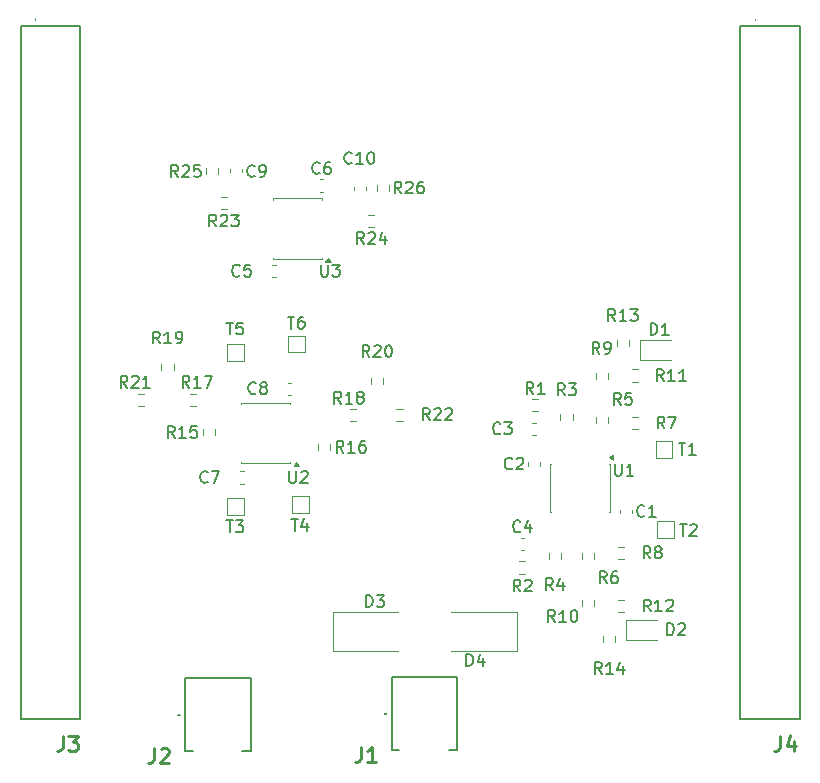
<source format=gto>
%TF.GenerationSoftware,KiCad,Pcbnew,9.0.7-9.0.7~ubuntu24.04.1*%
%TF.CreationDate,2026-01-13T16:36:12+01:00*%
%TF.ProjectId,analogIO,616e616c-6f67-4494-9f2e-6b696361645f,1.0*%
%TF.SameCoordinates,Original*%
%TF.FileFunction,Legend,Top*%
%TF.FilePolarity,Positive*%
%FSLAX46Y46*%
G04 Gerber Fmt 4.6, Leading zero omitted, Abs format (unit mm)*
G04 Created by KiCad (PCBNEW 9.0.7-9.0.7~ubuntu24.04.1) date 2026-01-13 16:36:12*
%MOMM*%
%LPD*%
G01*
G04 APERTURE LIST*
%ADD10C,0.150000*%
%ADD11C,0.254000*%
%ADD12C,0.120000*%
%ADD13C,0.200000*%
%ADD14C,0.100000*%
G04 APERTURE END LIST*
D10*
X167222142Y-106054819D02*
X166888809Y-105578628D01*
X166650714Y-106054819D02*
X166650714Y-105054819D01*
X166650714Y-105054819D02*
X167031666Y-105054819D01*
X167031666Y-105054819D02*
X167126904Y-105102438D01*
X167126904Y-105102438D02*
X167174523Y-105150057D01*
X167174523Y-105150057D02*
X167222142Y-105245295D01*
X167222142Y-105245295D02*
X167222142Y-105388152D01*
X167222142Y-105388152D02*
X167174523Y-105483390D01*
X167174523Y-105483390D02*
X167126904Y-105531009D01*
X167126904Y-105531009D02*
X167031666Y-105578628D01*
X167031666Y-105578628D02*
X166650714Y-105578628D01*
X168174523Y-106054819D02*
X167603095Y-106054819D01*
X167888809Y-106054819D02*
X167888809Y-105054819D01*
X167888809Y-105054819D02*
X167793571Y-105197676D01*
X167793571Y-105197676D02*
X167698333Y-105292914D01*
X167698333Y-105292914D02*
X167603095Y-105340533D01*
X169031666Y-105388152D02*
X169031666Y-106054819D01*
X168793571Y-105007200D02*
X168555476Y-105721485D01*
X168555476Y-105721485D02*
X169174523Y-105721485D01*
X131357142Y-63954819D02*
X131023809Y-63478628D01*
X130785714Y-63954819D02*
X130785714Y-62954819D01*
X130785714Y-62954819D02*
X131166666Y-62954819D01*
X131166666Y-62954819D02*
X131261904Y-63002438D01*
X131261904Y-63002438D02*
X131309523Y-63050057D01*
X131309523Y-63050057D02*
X131357142Y-63145295D01*
X131357142Y-63145295D02*
X131357142Y-63288152D01*
X131357142Y-63288152D02*
X131309523Y-63383390D01*
X131309523Y-63383390D02*
X131261904Y-63431009D01*
X131261904Y-63431009D02*
X131166666Y-63478628D01*
X131166666Y-63478628D02*
X130785714Y-63478628D01*
X131738095Y-63050057D02*
X131785714Y-63002438D01*
X131785714Y-63002438D02*
X131880952Y-62954819D01*
X131880952Y-62954819D02*
X132119047Y-62954819D01*
X132119047Y-62954819D02*
X132214285Y-63002438D01*
X132214285Y-63002438D02*
X132261904Y-63050057D01*
X132261904Y-63050057D02*
X132309523Y-63145295D01*
X132309523Y-63145295D02*
X132309523Y-63240533D01*
X132309523Y-63240533D02*
X132261904Y-63383390D01*
X132261904Y-63383390D02*
X131690476Y-63954819D01*
X131690476Y-63954819D02*
X132309523Y-63954819D01*
X133214285Y-62954819D02*
X132738095Y-62954819D01*
X132738095Y-62954819D02*
X132690476Y-63431009D01*
X132690476Y-63431009D02*
X132738095Y-63383390D01*
X132738095Y-63383390D02*
X132833333Y-63335771D01*
X132833333Y-63335771D02*
X133071428Y-63335771D01*
X133071428Y-63335771D02*
X133166666Y-63383390D01*
X133166666Y-63383390D02*
X133214285Y-63431009D01*
X133214285Y-63431009D02*
X133261904Y-63526247D01*
X133261904Y-63526247D02*
X133261904Y-63764342D01*
X133261904Y-63764342D02*
X133214285Y-63859580D01*
X133214285Y-63859580D02*
X133166666Y-63907200D01*
X133166666Y-63907200D02*
X133071428Y-63954819D01*
X133071428Y-63954819D02*
X132833333Y-63954819D01*
X132833333Y-63954819D02*
X132738095Y-63907200D01*
X132738095Y-63907200D02*
X132690476Y-63859580D01*
X143463095Y-71399819D02*
X143463095Y-72209342D01*
X143463095Y-72209342D02*
X143510714Y-72304580D01*
X143510714Y-72304580D02*
X143558333Y-72352200D01*
X143558333Y-72352200D02*
X143653571Y-72399819D01*
X143653571Y-72399819D02*
X143844047Y-72399819D01*
X143844047Y-72399819D02*
X143939285Y-72352200D01*
X143939285Y-72352200D02*
X143986904Y-72304580D01*
X143986904Y-72304580D02*
X144034523Y-72209342D01*
X144034523Y-72209342D02*
X144034523Y-71399819D01*
X144415476Y-71399819D02*
X145034523Y-71399819D01*
X145034523Y-71399819D02*
X144701190Y-71780771D01*
X144701190Y-71780771D02*
X144844047Y-71780771D01*
X144844047Y-71780771D02*
X144939285Y-71828390D01*
X144939285Y-71828390D02*
X144986904Y-71876009D01*
X144986904Y-71876009D02*
X145034523Y-71971247D01*
X145034523Y-71971247D02*
X145034523Y-72209342D01*
X145034523Y-72209342D02*
X144986904Y-72304580D01*
X144986904Y-72304580D02*
X144939285Y-72352200D01*
X144939285Y-72352200D02*
X144844047Y-72399819D01*
X144844047Y-72399819D02*
X144558333Y-72399819D01*
X144558333Y-72399819D02*
X144463095Y-72352200D01*
X144463095Y-72352200D02*
X144415476Y-72304580D01*
X127057142Y-81804819D02*
X126723809Y-81328628D01*
X126485714Y-81804819D02*
X126485714Y-80804819D01*
X126485714Y-80804819D02*
X126866666Y-80804819D01*
X126866666Y-80804819D02*
X126961904Y-80852438D01*
X126961904Y-80852438D02*
X127009523Y-80900057D01*
X127009523Y-80900057D02*
X127057142Y-80995295D01*
X127057142Y-80995295D02*
X127057142Y-81138152D01*
X127057142Y-81138152D02*
X127009523Y-81233390D01*
X127009523Y-81233390D02*
X126961904Y-81281009D01*
X126961904Y-81281009D02*
X126866666Y-81328628D01*
X126866666Y-81328628D02*
X126485714Y-81328628D01*
X127438095Y-80900057D02*
X127485714Y-80852438D01*
X127485714Y-80852438D02*
X127580952Y-80804819D01*
X127580952Y-80804819D02*
X127819047Y-80804819D01*
X127819047Y-80804819D02*
X127914285Y-80852438D01*
X127914285Y-80852438D02*
X127961904Y-80900057D01*
X127961904Y-80900057D02*
X128009523Y-80995295D01*
X128009523Y-80995295D02*
X128009523Y-81090533D01*
X128009523Y-81090533D02*
X127961904Y-81233390D01*
X127961904Y-81233390D02*
X127390476Y-81804819D01*
X127390476Y-81804819D02*
X128009523Y-81804819D01*
X128961904Y-81804819D02*
X128390476Y-81804819D01*
X128676190Y-81804819D02*
X128676190Y-80804819D01*
X128676190Y-80804819D02*
X128580952Y-80947676D01*
X128580952Y-80947676D02*
X128485714Y-81042914D01*
X128485714Y-81042914D02*
X128390476Y-81090533D01*
X140938095Y-92904819D02*
X141509523Y-92904819D01*
X141223809Y-93904819D02*
X141223809Y-92904819D01*
X142271428Y-93238152D02*
X142271428Y-93904819D01*
X142033333Y-92857200D02*
X141795238Y-93571485D01*
X141795238Y-93571485D02*
X142414285Y-93571485D01*
X168338095Y-88254819D02*
X168338095Y-89064342D01*
X168338095Y-89064342D02*
X168385714Y-89159580D01*
X168385714Y-89159580D02*
X168433333Y-89207200D01*
X168433333Y-89207200D02*
X168528571Y-89254819D01*
X168528571Y-89254819D02*
X168719047Y-89254819D01*
X168719047Y-89254819D02*
X168814285Y-89207200D01*
X168814285Y-89207200D02*
X168861904Y-89159580D01*
X168861904Y-89159580D02*
X168909523Y-89064342D01*
X168909523Y-89064342D02*
X168909523Y-88254819D01*
X169909523Y-89254819D02*
X169338095Y-89254819D01*
X169623809Y-89254819D02*
X169623809Y-88254819D01*
X169623809Y-88254819D02*
X169528571Y-88397676D01*
X169528571Y-88397676D02*
X169433333Y-88492914D01*
X169433333Y-88492914D02*
X169338095Y-88540533D01*
X143333333Y-63609580D02*
X143285714Y-63657200D01*
X143285714Y-63657200D02*
X143142857Y-63704819D01*
X143142857Y-63704819D02*
X143047619Y-63704819D01*
X143047619Y-63704819D02*
X142904762Y-63657200D01*
X142904762Y-63657200D02*
X142809524Y-63561961D01*
X142809524Y-63561961D02*
X142761905Y-63466723D01*
X142761905Y-63466723D02*
X142714286Y-63276247D01*
X142714286Y-63276247D02*
X142714286Y-63133390D01*
X142714286Y-63133390D02*
X142761905Y-62942914D01*
X142761905Y-62942914D02*
X142809524Y-62847676D01*
X142809524Y-62847676D02*
X142904762Y-62752438D01*
X142904762Y-62752438D02*
X143047619Y-62704819D01*
X143047619Y-62704819D02*
X143142857Y-62704819D01*
X143142857Y-62704819D02*
X143285714Y-62752438D01*
X143285714Y-62752438D02*
X143333333Y-62800057D01*
X144190476Y-62704819D02*
X144000000Y-62704819D01*
X144000000Y-62704819D02*
X143904762Y-62752438D01*
X143904762Y-62752438D02*
X143857143Y-62800057D01*
X143857143Y-62800057D02*
X143761905Y-62942914D01*
X143761905Y-62942914D02*
X143714286Y-63133390D01*
X143714286Y-63133390D02*
X143714286Y-63514342D01*
X143714286Y-63514342D02*
X143761905Y-63609580D01*
X143761905Y-63609580D02*
X143809524Y-63657200D01*
X143809524Y-63657200D02*
X143904762Y-63704819D01*
X143904762Y-63704819D02*
X144095238Y-63704819D01*
X144095238Y-63704819D02*
X144190476Y-63657200D01*
X144190476Y-63657200D02*
X144238095Y-63609580D01*
X144238095Y-63609580D02*
X144285714Y-63514342D01*
X144285714Y-63514342D02*
X144285714Y-63276247D01*
X144285714Y-63276247D02*
X144238095Y-63181009D01*
X144238095Y-63181009D02*
X144190476Y-63133390D01*
X144190476Y-63133390D02*
X144095238Y-63085771D01*
X144095238Y-63085771D02*
X143904762Y-63085771D01*
X143904762Y-63085771D02*
X143809524Y-63133390D01*
X143809524Y-63133390D02*
X143761905Y-63181009D01*
X143761905Y-63181009D02*
X143714286Y-63276247D01*
X137933333Y-82259580D02*
X137885714Y-82307200D01*
X137885714Y-82307200D02*
X137742857Y-82354819D01*
X137742857Y-82354819D02*
X137647619Y-82354819D01*
X137647619Y-82354819D02*
X137504762Y-82307200D01*
X137504762Y-82307200D02*
X137409524Y-82211961D01*
X137409524Y-82211961D02*
X137361905Y-82116723D01*
X137361905Y-82116723D02*
X137314286Y-81926247D01*
X137314286Y-81926247D02*
X137314286Y-81783390D01*
X137314286Y-81783390D02*
X137361905Y-81592914D01*
X137361905Y-81592914D02*
X137409524Y-81497676D01*
X137409524Y-81497676D02*
X137504762Y-81402438D01*
X137504762Y-81402438D02*
X137647619Y-81354819D01*
X137647619Y-81354819D02*
X137742857Y-81354819D01*
X137742857Y-81354819D02*
X137885714Y-81402438D01*
X137885714Y-81402438D02*
X137933333Y-81450057D01*
X138504762Y-81783390D02*
X138409524Y-81735771D01*
X138409524Y-81735771D02*
X138361905Y-81688152D01*
X138361905Y-81688152D02*
X138314286Y-81592914D01*
X138314286Y-81592914D02*
X138314286Y-81545295D01*
X138314286Y-81545295D02*
X138361905Y-81450057D01*
X138361905Y-81450057D02*
X138409524Y-81402438D01*
X138409524Y-81402438D02*
X138504762Y-81354819D01*
X138504762Y-81354819D02*
X138695238Y-81354819D01*
X138695238Y-81354819D02*
X138790476Y-81402438D01*
X138790476Y-81402438D02*
X138838095Y-81450057D01*
X138838095Y-81450057D02*
X138885714Y-81545295D01*
X138885714Y-81545295D02*
X138885714Y-81592914D01*
X138885714Y-81592914D02*
X138838095Y-81688152D01*
X138838095Y-81688152D02*
X138790476Y-81735771D01*
X138790476Y-81735771D02*
X138695238Y-81783390D01*
X138695238Y-81783390D02*
X138504762Y-81783390D01*
X138504762Y-81783390D02*
X138409524Y-81831009D01*
X138409524Y-81831009D02*
X138361905Y-81878628D01*
X138361905Y-81878628D02*
X138314286Y-81973866D01*
X138314286Y-81973866D02*
X138314286Y-82164342D01*
X138314286Y-82164342D02*
X138361905Y-82259580D01*
X138361905Y-82259580D02*
X138409524Y-82307200D01*
X138409524Y-82307200D02*
X138504762Y-82354819D01*
X138504762Y-82354819D02*
X138695238Y-82354819D01*
X138695238Y-82354819D02*
X138790476Y-82307200D01*
X138790476Y-82307200D02*
X138838095Y-82259580D01*
X138838095Y-82259580D02*
X138885714Y-82164342D01*
X138885714Y-82164342D02*
X138885714Y-81973866D01*
X138885714Y-81973866D02*
X138838095Y-81878628D01*
X138838095Y-81878628D02*
X138790476Y-81831009D01*
X138790476Y-81831009D02*
X138695238Y-81783390D01*
X168833333Y-83254819D02*
X168500000Y-82778628D01*
X168261905Y-83254819D02*
X168261905Y-82254819D01*
X168261905Y-82254819D02*
X168642857Y-82254819D01*
X168642857Y-82254819D02*
X168738095Y-82302438D01*
X168738095Y-82302438D02*
X168785714Y-82350057D01*
X168785714Y-82350057D02*
X168833333Y-82445295D01*
X168833333Y-82445295D02*
X168833333Y-82588152D01*
X168833333Y-82588152D02*
X168785714Y-82683390D01*
X168785714Y-82683390D02*
X168738095Y-82731009D01*
X168738095Y-82731009D02*
X168642857Y-82778628D01*
X168642857Y-82778628D02*
X168261905Y-82778628D01*
X169738095Y-82254819D02*
X169261905Y-82254819D01*
X169261905Y-82254819D02*
X169214286Y-82731009D01*
X169214286Y-82731009D02*
X169261905Y-82683390D01*
X169261905Y-82683390D02*
X169357143Y-82635771D01*
X169357143Y-82635771D02*
X169595238Y-82635771D01*
X169595238Y-82635771D02*
X169690476Y-82683390D01*
X169690476Y-82683390D02*
X169738095Y-82731009D01*
X169738095Y-82731009D02*
X169785714Y-82826247D01*
X169785714Y-82826247D02*
X169785714Y-83064342D01*
X169785714Y-83064342D02*
X169738095Y-83159580D01*
X169738095Y-83159580D02*
X169690476Y-83207200D01*
X169690476Y-83207200D02*
X169595238Y-83254819D01*
X169595238Y-83254819D02*
X169357143Y-83254819D01*
X169357143Y-83254819D02*
X169261905Y-83207200D01*
X169261905Y-83207200D02*
X169214286Y-83159580D01*
X155761905Y-105369819D02*
X155761905Y-104369819D01*
X155761905Y-104369819D02*
X156000000Y-104369819D01*
X156000000Y-104369819D02*
X156142857Y-104417438D01*
X156142857Y-104417438D02*
X156238095Y-104512676D01*
X156238095Y-104512676D02*
X156285714Y-104607914D01*
X156285714Y-104607914D02*
X156333333Y-104798390D01*
X156333333Y-104798390D02*
X156333333Y-104941247D01*
X156333333Y-104941247D02*
X156285714Y-105131723D01*
X156285714Y-105131723D02*
X156238095Y-105226961D01*
X156238095Y-105226961D02*
X156142857Y-105322200D01*
X156142857Y-105322200D02*
X156000000Y-105369819D01*
X156000000Y-105369819D02*
X155761905Y-105369819D01*
X157190476Y-104703152D02*
X157190476Y-105369819D01*
X156952381Y-104322200D02*
X156714286Y-105036485D01*
X156714286Y-105036485D02*
X157333333Y-105036485D01*
X135438095Y-76304819D02*
X136009523Y-76304819D01*
X135723809Y-77304819D02*
X135723809Y-76304819D01*
X136819047Y-76304819D02*
X136342857Y-76304819D01*
X136342857Y-76304819D02*
X136295238Y-76781009D01*
X136295238Y-76781009D02*
X136342857Y-76733390D01*
X136342857Y-76733390D02*
X136438095Y-76685771D01*
X136438095Y-76685771D02*
X136676190Y-76685771D01*
X136676190Y-76685771D02*
X136771428Y-76733390D01*
X136771428Y-76733390D02*
X136819047Y-76781009D01*
X136819047Y-76781009D02*
X136866666Y-76876247D01*
X136866666Y-76876247D02*
X136866666Y-77114342D01*
X136866666Y-77114342D02*
X136819047Y-77209580D01*
X136819047Y-77209580D02*
X136771428Y-77257200D01*
X136771428Y-77257200D02*
X136676190Y-77304819D01*
X136676190Y-77304819D02*
X136438095Y-77304819D01*
X136438095Y-77304819D02*
X136342857Y-77257200D01*
X136342857Y-77257200D02*
X136295238Y-77209580D01*
X172533333Y-85263569D02*
X172200000Y-84787378D01*
X171961905Y-85263569D02*
X171961905Y-84263569D01*
X171961905Y-84263569D02*
X172342857Y-84263569D01*
X172342857Y-84263569D02*
X172438095Y-84311188D01*
X172438095Y-84311188D02*
X172485714Y-84358807D01*
X172485714Y-84358807D02*
X172533333Y-84454045D01*
X172533333Y-84454045D02*
X172533333Y-84596902D01*
X172533333Y-84596902D02*
X172485714Y-84692140D01*
X172485714Y-84692140D02*
X172438095Y-84739759D01*
X172438095Y-84739759D02*
X172342857Y-84787378D01*
X172342857Y-84787378D02*
X171961905Y-84787378D01*
X172866667Y-84263569D02*
X173533333Y-84263569D01*
X173533333Y-84263569D02*
X173104762Y-85263569D01*
X167633333Y-98354819D02*
X167300000Y-97878628D01*
X167061905Y-98354819D02*
X167061905Y-97354819D01*
X167061905Y-97354819D02*
X167442857Y-97354819D01*
X167442857Y-97354819D02*
X167538095Y-97402438D01*
X167538095Y-97402438D02*
X167585714Y-97450057D01*
X167585714Y-97450057D02*
X167633333Y-97545295D01*
X167633333Y-97545295D02*
X167633333Y-97688152D01*
X167633333Y-97688152D02*
X167585714Y-97783390D01*
X167585714Y-97783390D02*
X167538095Y-97831009D01*
X167538095Y-97831009D02*
X167442857Y-97878628D01*
X167442857Y-97878628D02*
X167061905Y-97878628D01*
X168490476Y-97354819D02*
X168300000Y-97354819D01*
X168300000Y-97354819D02*
X168204762Y-97402438D01*
X168204762Y-97402438D02*
X168157143Y-97450057D01*
X168157143Y-97450057D02*
X168061905Y-97592914D01*
X168061905Y-97592914D02*
X168014286Y-97783390D01*
X168014286Y-97783390D02*
X168014286Y-98164342D01*
X168014286Y-98164342D02*
X168061905Y-98259580D01*
X168061905Y-98259580D02*
X168109524Y-98307200D01*
X168109524Y-98307200D02*
X168204762Y-98354819D01*
X168204762Y-98354819D02*
X168395238Y-98354819D01*
X168395238Y-98354819D02*
X168490476Y-98307200D01*
X168490476Y-98307200D02*
X168538095Y-98259580D01*
X168538095Y-98259580D02*
X168585714Y-98164342D01*
X168585714Y-98164342D02*
X168585714Y-97926247D01*
X168585714Y-97926247D02*
X168538095Y-97831009D01*
X168538095Y-97831009D02*
X168490476Y-97783390D01*
X168490476Y-97783390D02*
X168395238Y-97735771D01*
X168395238Y-97735771D02*
X168204762Y-97735771D01*
X168204762Y-97735771D02*
X168109524Y-97783390D01*
X168109524Y-97783390D02*
X168061905Y-97831009D01*
X168061905Y-97831009D02*
X168014286Y-97926247D01*
X172761905Y-102763569D02*
X172761905Y-101763569D01*
X172761905Y-101763569D02*
X173000000Y-101763569D01*
X173000000Y-101763569D02*
X173142857Y-101811188D01*
X173142857Y-101811188D02*
X173238095Y-101906426D01*
X173238095Y-101906426D02*
X173285714Y-102001664D01*
X173285714Y-102001664D02*
X173333333Y-102192140D01*
X173333333Y-102192140D02*
X173333333Y-102334997D01*
X173333333Y-102334997D02*
X173285714Y-102525473D01*
X173285714Y-102525473D02*
X173238095Y-102620711D01*
X173238095Y-102620711D02*
X173142857Y-102715950D01*
X173142857Y-102715950D02*
X173000000Y-102763569D01*
X173000000Y-102763569D02*
X172761905Y-102763569D01*
X173714286Y-101858807D02*
X173761905Y-101811188D01*
X173761905Y-101811188D02*
X173857143Y-101763569D01*
X173857143Y-101763569D02*
X174095238Y-101763569D01*
X174095238Y-101763569D02*
X174190476Y-101811188D01*
X174190476Y-101811188D02*
X174238095Y-101858807D01*
X174238095Y-101858807D02*
X174285714Y-101954045D01*
X174285714Y-101954045D02*
X174285714Y-102049283D01*
X174285714Y-102049283D02*
X174238095Y-102192140D01*
X174238095Y-102192140D02*
X173666667Y-102763569D01*
X173666667Y-102763569D02*
X174285714Y-102763569D01*
X171357142Y-100754819D02*
X171023809Y-100278628D01*
X170785714Y-100754819D02*
X170785714Y-99754819D01*
X170785714Y-99754819D02*
X171166666Y-99754819D01*
X171166666Y-99754819D02*
X171261904Y-99802438D01*
X171261904Y-99802438D02*
X171309523Y-99850057D01*
X171309523Y-99850057D02*
X171357142Y-99945295D01*
X171357142Y-99945295D02*
X171357142Y-100088152D01*
X171357142Y-100088152D02*
X171309523Y-100183390D01*
X171309523Y-100183390D02*
X171261904Y-100231009D01*
X171261904Y-100231009D02*
X171166666Y-100278628D01*
X171166666Y-100278628D02*
X170785714Y-100278628D01*
X172309523Y-100754819D02*
X171738095Y-100754819D01*
X172023809Y-100754819D02*
X172023809Y-99754819D01*
X172023809Y-99754819D02*
X171928571Y-99897676D01*
X171928571Y-99897676D02*
X171833333Y-99992914D01*
X171833333Y-99992914D02*
X171738095Y-100040533D01*
X172690476Y-99850057D02*
X172738095Y-99802438D01*
X172738095Y-99802438D02*
X172833333Y-99754819D01*
X172833333Y-99754819D02*
X173071428Y-99754819D01*
X173071428Y-99754819D02*
X173166666Y-99802438D01*
X173166666Y-99802438D02*
X173214285Y-99850057D01*
X173214285Y-99850057D02*
X173261904Y-99945295D01*
X173261904Y-99945295D02*
X173261904Y-100040533D01*
X173261904Y-100040533D02*
X173214285Y-100183390D01*
X173214285Y-100183390D02*
X172642857Y-100754819D01*
X172642857Y-100754819D02*
X173261904Y-100754819D01*
X173838095Y-93354819D02*
X174409523Y-93354819D01*
X174123809Y-94354819D02*
X174123809Y-93354819D01*
X174695238Y-93450057D02*
X174742857Y-93402438D01*
X174742857Y-93402438D02*
X174838095Y-93354819D01*
X174838095Y-93354819D02*
X175076190Y-93354819D01*
X175076190Y-93354819D02*
X175171428Y-93402438D01*
X175171428Y-93402438D02*
X175219047Y-93450057D01*
X175219047Y-93450057D02*
X175266666Y-93545295D01*
X175266666Y-93545295D02*
X175266666Y-93640533D01*
X175266666Y-93640533D02*
X175219047Y-93783390D01*
X175219047Y-93783390D02*
X174647619Y-94354819D01*
X174647619Y-94354819D02*
X175266666Y-94354819D01*
X145357142Y-87304819D02*
X145023809Y-86828628D01*
X144785714Y-87304819D02*
X144785714Y-86304819D01*
X144785714Y-86304819D02*
X145166666Y-86304819D01*
X145166666Y-86304819D02*
X145261904Y-86352438D01*
X145261904Y-86352438D02*
X145309523Y-86400057D01*
X145309523Y-86400057D02*
X145357142Y-86495295D01*
X145357142Y-86495295D02*
X145357142Y-86638152D01*
X145357142Y-86638152D02*
X145309523Y-86733390D01*
X145309523Y-86733390D02*
X145261904Y-86781009D01*
X145261904Y-86781009D02*
X145166666Y-86828628D01*
X145166666Y-86828628D02*
X144785714Y-86828628D01*
X146309523Y-87304819D02*
X145738095Y-87304819D01*
X146023809Y-87304819D02*
X146023809Y-86304819D01*
X146023809Y-86304819D02*
X145928571Y-86447676D01*
X145928571Y-86447676D02*
X145833333Y-86542914D01*
X145833333Y-86542914D02*
X145738095Y-86590533D01*
X147166666Y-86304819D02*
X146976190Y-86304819D01*
X146976190Y-86304819D02*
X146880952Y-86352438D01*
X146880952Y-86352438D02*
X146833333Y-86400057D01*
X146833333Y-86400057D02*
X146738095Y-86542914D01*
X146738095Y-86542914D02*
X146690476Y-86733390D01*
X146690476Y-86733390D02*
X146690476Y-87114342D01*
X146690476Y-87114342D02*
X146738095Y-87209580D01*
X146738095Y-87209580D02*
X146785714Y-87257200D01*
X146785714Y-87257200D02*
X146880952Y-87304819D01*
X146880952Y-87304819D02*
X147071428Y-87304819D01*
X147071428Y-87304819D02*
X147166666Y-87257200D01*
X147166666Y-87257200D02*
X147214285Y-87209580D01*
X147214285Y-87209580D02*
X147261904Y-87114342D01*
X147261904Y-87114342D02*
X147261904Y-86876247D01*
X147261904Y-86876247D02*
X147214285Y-86781009D01*
X147214285Y-86781009D02*
X147166666Y-86733390D01*
X147166666Y-86733390D02*
X147071428Y-86685771D01*
X147071428Y-86685771D02*
X146880952Y-86685771D01*
X146880952Y-86685771D02*
X146785714Y-86733390D01*
X146785714Y-86733390D02*
X146738095Y-86781009D01*
X146738095Y-86781009D02*
X146690476Y-86876247D01*
X147082142Y-69649819D02*
X146748809Y-69173628D01*
X146510714Y-69649819D02*
X146510714Y-68649819D01*
X146510714Y-68649819D02*
X146891666Y-68649819D01*
X146891666Y-68649819D02*
X146986904Y-68697438D01*
X146986904Y-68697438D02*
X147034523Y-68745057D01*
X147034523Y-68745057D02*
X147082142Y-68840295D01*
X147082142Y-68840295D02*
X147082142Y-68983152D01*
X147082142Y-68983152D02*
X147034523Y-69078390D01*
X147034523Y-69078390D02*
X146986904Y-69126009D01*
X146986904Y-69126009D02*
X146891666Y-69173628D01*
X146891666Y-69173628D02*
X146510714Y-69173628D01*
X147463095Y-68745057D02*
X147510714Y-68697438D01*
X147510714Y-68697438D02*
X147605952Y-68649819D01*
X147605952Y-68649819D02*
X147844047Y-68649819D01*
X147844047Y-68649819D02*
X147939285Y-68697438D01*
X147939285Y-68697438D02*
X147986904Y-68745057D01*
X147986904Y-68745057D02*
X148034523Y-68840295D01*
X148034523Y-68840295D02*
X148034523Y-68935533D01*
X148034523Y-68935533D02*
X147986904Y-69078390D01*
X147986904Y-69078390D02*
X147415476Y-69649819D01*
X147415476Y-69649819D02*
X148034523Y-69649819D01*
X148891666Y-68983152D02*
X148891666Y-69649819D01*
X148653571Y-68602200D02*
X148415476Y-69316485D01*
X148415476Y-69316485D02*
X149034523Y-69316485D01*
X172457142Y-81254819D02*
X172123809Y-80778628D01*
X171885714Y-81254819D02*
X171885714Y-80254819D01*
X171885714Y-80254819D02*
X172266666Y-80254819D01*
X172266666Y-80254819D02*
X172361904Y-80302438D01*
X172361904Y-80302438D02*
X172409523Y-80350057D01*
X172409523Y-80350057D02*
X172457142Y-80445295D01*
X172457142Y-80445295D02*
X172457142Y-80588152D01*
X172457142Y-80588152D02*
X172409523Y-80683390D01*
X172409523Y-80683390D02*
X172361904Y-80731009D01*
X172361904Y-80731009D02*
X172266666Y-80778628D01*
X172266666Y-80778628D02*
X171885714Y-80778628D01*
X173409523Y-81254819D02*
X172838095Y-81254819D01*
X173123809Y-81254819D02*
X173123809Y-80254819D01*
X173123809Y-80254819D02*
X173028571Y-80397676D01*
X173028571Y-80397676D02*
X172933333Y-80492914D01*
X172933333Y-80492914D02*
X172838095Y-80540533D01*
X174361904Y-81254819D02*
X173790476Y-81254819D01*
X174076190Y-81254819D02*
X174076190Y-80254819D01*
X174076190Y-80254819D02*
X173980952Y-80397676D01*
X173980952Y-80397676D02*
X173885714Y-80492914D01*
X173885714Y-80492914D02*
X173790476Y-80540533D01*
X161433333Y-82354819D02*
X161100000Y-81878628D01*
X160861905Y-82354819D02*
X160861905Y-81354819D01*
X160861905Y-81354819D02*
X161242857Y-81354819D01*
X161242857Y-81354819D02*
X161338095Y-81402438D01*
X161338095Y-81402438D02*
X161385714Y-81450057D01*
X161385714Y-81450057D02*
X161433333Y-81545295D01*
X161433333Y-81545295D02*
X161433333Y-81688152D01*
X161433333Y-81688152D02*
X161385714Y-81783390D01*
X161385714Y-81783390D02*
X161338095Y-81831009D01*
X161338095Y-81831009D02*
X161242857Y-81878628D01*
X161242857Y-81878628D02*
X160861905Y-81878628D01*
X162385714Y-82354819D02*
X161814286Y-82354819D01*
X162100000Y-82354819D02*
X162100000Y-81354819D01*
X162100000Y-81354819D02*
X162004762Y-81497676D01*
X162004762Y-81497676D02*
X161909524Y-81592914D01*
X161909524Y-81592914D02*
X161814286Y-81640533D01*
X147261905Y-100369819D02*
X147261905Y-99369819D01*
X147261905Y-99369819D02*
X147500000Y-99369819D01*
X147500000Y-99369819D02*
X147642857Y-99417438D01*
X147642857Y-99417438D02*
X147738095Y-99512676D01*
X147738095Y-99512676D02*
X147785714Y-99607914D01*
X147785714Y-99607914D02*
X147833333Y-99798390D01*
X147833333Y-99798390D02*
X147833333Y-99941247D01*
X147833333Y-99941247D02*
X147785714Y-100131723D01*
X147785714Y-100131723D02*
X147738095Y-100226961D01*
X147738095Y-100226961D02*
X147642857Y-100322200D01*
X147642857Y-100322200D02*
X147500000Y-100369819D01*
X147500000Y-100369819D02*
X147261905Y-100369819D01*
X148166667Y-99369819D02*
X148785714Y-99369819D01*
X148785714Y-99369819D02*
X148452381Y-99750771D01*
X148452381Y-99750771D02*
X148595238Y-99750771D01*
X148595238Y-99750771D02*
X148690476Y-99798390D01*
X148690476Y-99798390D02*
X148738095Y-99846009D01*
X148738095Y-99846009D02*
X148785714Y-99941247D01*
X148785714Y-99941247D02*
X148785714Y-100179342D01*
X148785714Y-100179342D02*
X148738095Y-100274580D01*
X148738095Y-100274580D02*
X148690476Y-100322200D01*
X148690476Y-100322200D02*
X148595238Y-100369819D01*
X148595238Y-100369819D02*
X148309524Y-100369819D01*
X148309524Y-100369819D02*
X148214286Y-100322200D01*
X148214286Y-100322200D02*
X148166667Y-100274580D01*
X146057142Y-62759580D02*
X146009523Y-62807200D01*
X146009523Y-62807200D02*
X145866666Y-62854819D01*
X145866666Y-62854819D02*
X145771428Y-62854819D01*
X145771428Y-62854819D02*
X145628571Y-62807200D01*
X145628571Y-62807200D02*
X145533333Y-62711961D01*
X145533333Y-62711961D02*
X145485714Y-62616723D01*
X145485714Y-62616723D02*
X145438095Y-62426247D01*
X145438095Y-62426247D02*
X145438095Y-62283390D01*
X145438095Y-62283390D02*
X145485714Y-62092914D01*
X145485714Y-62092914D02*
X145533333Y-61997676D01*
X145533333Y-61997676D02*
X145628571Y-61902438D01*
X145628571Y-61902438D02*
X145771428Y-61854819D01*
X145771428Y-61854819D02*
X145866666Y-61854819D01*
X145866666Y-61854819D02*
X146009523Y-61902438D01*
X146009523Y-61902438D02*
X146057142Y-61950057D01*
X147009523Y-62854819D02*
X146438095Y-62854819D01*
X146723809Y-62854819D02*
X146723809Y-61854819D01*
X146723809Y-61854819D02*
X146628571Y-61997676D01*
X146628571Y-61997676D02*
X146533333Y-62092914D01*
X146533333Y-62092914D02*
X146438095Y-62140533D01*
X147628571Y-61854819D02*
X147723809Y-61854819D01*
X147723809Y-61854819D02*
X147819047Y-61902438D01*
X147819047Y-61902438D02*
X147866666Y-61950057D01*
X147866666Y-61950057D02*
X147914285Y-62045295D01*
X147914285Y-62045295D02*
X147961904Y-62235771D01*
X147961904Y-62235771D02*
X147961904Y-62473866D01*
X147961904Y-62473866D02*
X147914285Y-62664342D01*
X147914285Y-62664342D02*
X147866666Y-62759580D01*
X147866666Y-62759580D02*
X147819047Y-62807200D01*
X147819047Y-62807200D02*
X147723809Y-62854819D01*
X147723809Y-62854819D02*
X147628571Y-62854819D01*
X147628571Y-62854819D02*
X147533333Y-62807200D01*
X147533333Y-62807200D02*
X147485714Y-62759580D01*
X147485714Y-62759580D02*
X147438095Y-62664342D01*
X147438095Y-62664342D02*
X147390476Y-62473866D01*
X147390476Y-62473866D02*
X147390476Y-62235771D01*
X147390476Y-62235771D02*
X147438095Y-62045295D01*
X147438095Y-62045295D02*
X147485714Y-61950057D01*
X147485714Y-61950057D02*
X147533333Y-61902438D01*
X147533333Y-61902438D02*
X147628571Y-61854819D01*
X158633333Y-85659580D02*
X158585714Y-85707200D01*
X158585714Y-85707200D02*
X158442857Y-85754819D01*
X158442857Y-85754819D02*
X158347619Y-85754819D01*
X158347619Y-85754819D02*
X158204762Y-85707200D01*
X158204762Y-85707200D02*
X158109524Y-85611961D01*
X158109524Y-85611961D02*
X158061905Y-85516723D01*
X158061905Y-85516723D02*
X158014286Y-85326247D01*
X158014286Y-85326247D02*
X158014286Y-85183390D01*
X158014286Y-85183390D02*
X158061905Y-84992914D01*
X158061905Y-84992914D02*
X158109524Y-84897676D01*
X158109524Y-84897676D02*
X158204762Y-84802438D01*
X158204762Y-84802438D02*
X158347619Y-84754819D01*
X158347619Y-84754819D02*
X158442857Y-84754819D01*
X158442857Y-84754819D02*
X158585714Y-84802438D01*
X158585714Y-84802438D02*
X158633333Y-84850057D01*
X158966667Y-84754819D02*
X159585714Y-84754819D01*
X159585714Y-84754819D02*
X159252381Y-85135771D01*
X159252381Y-85135771D02*
X159395238Y-85135771D01*
X159395238Y-85135771D02*
X159490476Y-85183390D01*
X159490476Y-85183390D02*
X159538095Y-85231009D01*
X159538095Y-85231009D02*
X159585714Y-85326247D01*
X159585714Y-85326247D02*
X159585714Y-85564342D01*
X159585714Y-85564342D02*
X159538095Y-85659580D01*
X159538095Y-85659580D02*
X159490476Y-85707200D01*
X159490476Y-85707200D02*
X159395238Y-85754819D01*
X159395238Y-85754819D02*
X159109524Y-85754819D01*
X159109524Y-85754819D02*
X159014286Y-85707200D01*
X159014286Y-85707200D02*
X158966667Y-85659580D01*
X133858333Y-89774580D02*
X133810714Y-89822200D01*
X133810714Y-89822200D02*
X133667857Y-89869819D01*
X133667857Y-89869819D02*
X133572619Y-89869819D01*
X133572619Y-89869819D02*
X133429762Y-89822200D01*
X133429762Y-89822200D02*
X133334524Y-89726961D01*
X133334524Y-89726961D02*
X133286905Y-89631723D01*
X133286905Y-89631723D02*
X133239286Y-89441247D01*
X133239286Y-89441247D02*
X133239286Y-89298390D01*
X133239286Y-89298390D02*
X133286905Y-89107914D01*
X133286905Y-89107914D02*
X133334524Y-89012676D01*
X133334524Y-89012676D02*
X133429762Y-88917438D01*
X133429762Y-88917438D02*
X133572619Y-88869819D01*
X133572619Y-88869819D02*
X133667857Y-88869819D01*
X133667857Y-88869819D02*
X133810714Y-88917438D01*
X133810714Y-88917438D02*
X133858333Y-88965057D01*
X134191667Y-88869819D02*
X134858333Y-88869819D01*
X134858333Y-88869819D02*
X134429762Y-89869819D01*
X164083333Y-82454819D02*
X163750000Y-81978628D01*
X163511905Y-82454819D02*
X163511905Y-81454819D01*
X163511905Y-81454819D02*
X163892857Y-81454819D01*
X163892857Y-81454819D02*
X163988095Y-81502438D01*
X163988095Y-81502438D02*
X164035714Y-81550057D01*
X164035714Y-81550057D02*
X164083333Y-81645295D01*
X164083333Y-81645295D02*
X164083333Y-81788152D01*
X164083333Y-81788152D02*
X164035714Y-81883390D01*
X164035714Y-81883390D02*
X163988095Y-81931009D01*
X163988095Y-81931009D02*
X163892857Y-81978628D01*
X163892857Y-81978628D02*
X163511905Y-81978628D01*
X164416667Y-81454819D02*
X165035714Y-81454819D01*
X165035714Y-81454819D02*
X164702381Y-81835771D01*
X164702381Y-81835771D02*
X164845238Y-81835771D01*
X164845238Y-81835771D02*
X164940476Y-81883390D01*
X164940476Y-81883390D02*
X164988095Y-81931009D01*
X164988095Y-81931009D02*
X165035714Y-82026247D01*
X165035714Y-82026247D02*
X165035714Y-82264342D01*
X165035714Y-82264342D02*
X164988095Y-82359580D01*
X164988095Y-82359580D02*
X164940476Y-82407200D01*
X164940476Y-82407200D02*
X164845238Y-82454819D01*
X164845238Y-82454819D02*
X164559524Y-82454819D01*
X164559524Y-82454819D02*
X164464286Y-82407200D01*
X164464286Y-82407200D02*
X164416667Y-82359580D01*
D11*
X182326667Y-111304318D02*
X182326667Y-112211461D01*
X182326667Y-112211461D02*
X182266190Y-112392889D01*
X182266190Y-112392889D02*
X182145238Y-112513842D01*
X182145238Y-112513842D02*
X181963809Y-112574318D01*
X181963809Y-112574318D02*
X181842857Y-112574318D01*
X183475714Y-111727651D02*
X183475714Y-112574318D01*
X183173333Y-111243842D02*
X182870952Y-112150984D01*
X182870952Y-112150984D02*
X183657143Y-112150984D01*
D10*
X171361905Y-77354819D02*
X171361905Y-76354819D01*
X171361905Y-76354819D02*
X171600000Y-76354819D01*
X171600000Y-76354819D02*
X171742857Y-76402438D01*
X171742857Y-76402438D02*
X171838095Y-76497676D01*
X171838095Y-76497676D02*
X171885714Y-76592914D01*
X171885714Y-76592914D02*
X171933333Y-76783390D01*
X171933333Y-76783390D02*
X171933333Y-76926247D01*
X171933333Y-76926247D02*
X171885714Y-77116723D01*
X171885714Y-77116723D02*
X171838095Y-77211961D01*
X171838095Y-77211961D02*
X171742857Y-77307200D01*
X171742857Y-77307200D02*
X171600000Y-77354819D01*
X171600000Y-77354819D02*
X171361905Y-77354819D01*
X172885714Y-77354819D02*
X172314286Y-77354819D01*
X172600000Y-77354819D02*
X172600000Y-76354819D01*
X172600000Y-76354819D02*
X172504762Y-76497676D01*
X172504762Y-76497676D02*
X172409524Y-76592914D01*
X172409524Y-76592914D02*
X172314286Y-76640533D01*
X167033333Y-78954819D02*
X166700000Y-78478628D01*
X166461905Y-78954819D02*
X166461905Y-77954819D01*
X166461905Y-77954819D02*
X166842857Y-77954819D01*
X166842857Y-77954819D02*
X166938095Y-78002438D01*
X166938095Y-78002438D02*
X166985714Y-78050057D01*
X166985714Y-78050057D02*
X167033333Y-78145295D01*
X167033333Y-78145295D02*
X167033333Y-78288152D01*
X167033333Y-78288152D02*
X166985714Y-78383390D01*
X166985714Y-78383390D02*
X166938095Y-78431009D01*
X166938095Y-78431009D02*
X166842857Y-78478628D01*
X166842857Y-78478628D02*
X166461905Y-78478628D01*
X167509524Y-78954819D02*
X167700000Y-78954819D01*
X167700000Y-78954819D02*
X167795238Y-78907200D01*
X167795238Y-78907200D02*
X167842857Y-78859580D01*
X167842857Y-78859580D02*
X167938095Y-78716723D01*
X167938095Y-78716723D02*
X167985714Y-78526247D01*
X167985714Y-78526247D02*
X167985714Y-78145295D01*
X167985714Y-78145295D02*
X167938095Y-78050057D01*
X167938095Y-78050057D02*
X167890476Y-78002438D01*
X167890476Y-78002438D02*
X167795238Y-77954819D01*
X167795238Y-77954819D02*
X167604762Y-77954819D01*
X167604762Y-77954819D02*
X167509524Y-78002438D01*
X167509524Y-78002438D02*
X167461905Y-78050057D01*
X167461905Y-78050057D02*
X167414286Y-78145295D01*
X167414286Y-78145295D02*
X167414286Y-78383390D01*
X167414286Y-78383390D02*
X167461905Y-78478628D01*
X167461905Y-78478628D02*
X167509524Y-78526247D01*
X167509524Y-78526247D02*
X167604762Y-78573866D01*
X167604762Y-78573866D02*
X167795238Y-78573866D01*
X167795238Y-78573866D02*
X167890476Y-78526247D01*
X167890476Y-78526247D02*
X167938095Y-78478628D01*
X167938095Y-78478628D02*
X167985714Y-78383390D01*
X134582142Y-68149819D02*
X134248809Y-67673628D01*
X134010714Y-68149819D02*
X134010714Y-67149819D01*
X134010714Y-67149819D02*
X134391666Y-67149819D01*
X134391666Y-67149819D02*
X134486904Y-67197438D01*
X134486904Y-67197438D02*
X134534523Y-67245057D01*
X134534523Y-67245057D02*
X134582142Y-67340295D01*
X134582142Y-67340295D02*
X134582142Y-67483152D01*
X134582142Y-67483152D02*
X134534523Y-67578390D01*
X134534523Y-67578390D02*
X134486904Y-67626009D01*
X134486904Y-67626009D02*
X134391666Y-67673628D01*
X134391666Y-67673628D02*
X134010714Y-67673628D01*
X134963095Y-67245057D02*
X135010714Y-67197438D01*
X135010714Y-67197438D02*
X135105952Y-67149819D01*
X135105952Y-67149819D02*
X135344047Y-67149819D01*
X135344047Y-67149819D02*
X135439285Y-67197438D01*
X135439285Y-67197438D02*
X135486904Y-67245057D01*
X135486904Y-67245057D02*
X135534523Y-67340295D01*
X135534523Y-67340295D02*
X135534523Y-67435533D01*
X135534523Y-67435533D02*
X135486904Y-67578390D01*
X135486904Y-67578390D02*
X134915476Y-68149819D01*
X134915476Y-68149819D02*
X135534523Y-68149819D01*
X135867857Y-67149819D02*
X136486904Y-67149819D01*
X136486904Y-67149819D02*
X136153571Y-67530771D01*
X136153571Y-67530771D02*
X136296428Y-67530771D01*
X136296428Y-67530771D02*
X136391666Y-67578390D01*
X136391666Y-67578390D02*
X136439285Y-67626009D01*
X136439285Y-67626009D02*
X136486904Y-67721247D01*
X136486904Y-67721247D02*
X136486904Y-67959342D01*
X136486904Y-67959342D02*
X136439285Y-68054580D01*
X136439285Y-68054580D02*
X136391666Y-68102200D01*
X136391666Y-68102200D02*
X136296428Y-68149819D01*
X136296428Y-68149819D02*
X136010714Y-68149819D01*
X136010714Y-68149819D02*
X135915476Y-68102200D01*
X135915476Y-68102200D02*
X135867857Y-68054580D01*
X160333333Y-93959580D02*
X160285714Y-94007200D01*
X160285714Y-94007200D02*
X160142857Y-94054819D01*
X160142857Y-94054819D02*
X160047619Y-94054819D01*
X160047619Y-94054819D02*
X159904762Y-94007200D01*
X159904762Y-94007200D02*
X159809524Y-93911961D01*
X159809524Y-93911961D02*
X159761905Y-93816723D01*
X159761905Y-93816723D02*
X159714286Y-93626247D01*
X159714286Y-93626247D02*
X159714286Y-93483390D01*
X159714286Y-93483390D02*
X159761905Y-93292914D01*
X159761905Y-93292914D02*
X159809524Y-93197676D01*
X159809524Y-93197676D02*
X159904762Y-93102438D01*
X159904762Y-93102438D02*
X160047619Y-93054819D01*
X160047619Y-93054819D02*
X160142857Y-93054819D01*
X160142857Y-93054819D02*
X160285714Y-93102438D01*
X160285714Y-93102438D02*
X160333333Y-93150057D01*
X161190476Y-93388152D02*
X161190476Y-94054819D01*
X160952381Y-93007200D02*
X160714286Y-93721485D01*
X160714286Y-93721485D02*
X161333333Y-93721485D01*
X140763095Y-88869819D02*
X140763095Y-89679342D01*
X140763095Y-89679342D02*
X140810714Y-89774580D01*
X140810714Y-89774580D02*
X140858333Y-89822200D01*
X140858333Y-89822200D02*
X140953571Y-89869819D01*
X140953571Y-89869819D02*
X141144047Y-89869819D01*
X141144047Y-89869819D02*
X141239285Y-89822200D01*
X141239285Y-89822200D02*
X141286904Y-89774580D01*
X141286904Y-89774580D02*
X141334523Y-89679342D01*
X141334523Y-89679342D02*
X141334523Y-88869819D01*
X141763095Y-88965057D02*
X141810714Y-88917438D01*
X141810714Y-88917438D02*
X141905952Y-88869819D01*
X141905952Y-88869819D02*
X142144047Y-88869819D01*
X142144047Y-88869819D02*
X142239285Y-88917438D01*
X142239285Y-88917438D02*
X142286904Y-88965057D01*
X142286904Y-88965057D02*
X142334523Y-89060295D01*
X142334523Y-89060295D02*
X142334523Y-89155533D01*
X142334523Y-89155533D02*
X142286904Y-89298390D01*
X142286904Y-89298390D02*
X141715476Y-89869819D01*
X141715476Y-89869819D02*
X142334523Y-89869819D01*
X171333333Y-96254819D02*
X171000000Y-95778628D01*
X170761905Y-96254819D02*
X170761905Y-95254819D01*
X170761905Y-95254819D02*
X171142857Y-95254819D01*
X171142857Y-95254819D02*
X171238095Y-95302438D01*
X171238095Y-95302438D02*
X171285714Y-95350057D01*
X171285714Y-95350057D02*
X171333333Y-95445295D01*
X171333333Y-95445295D02*
X171333333Y-95588152D01*
X171333333Y-95588152D02*
X171285714Y-95683390D01*
X171285714Y-95683390D02*
X171238095Y-95731009D01*
X171238095Y-95731009D02*
X171142857Y-95778628D01*
X171142857Y-95778628D02*
X170761905Y-95778628D01*
X171904762Y-95683390D02*
X171809524Y-95635771D01*
X171809524Y-95635771D02*
X171761905Y-95588152D01*
X171761905Y-95588152D02*
X171714286Y-95492914D01*
X171714286Y-95492914D02*
X171714286Y-95445295D01*
X171714286Y-95445295D02*
X171761905Y-95350057D01*
X171761905Y-95350057D02*
X171809524Y-95302438D01*
X171809524Y-95302438D02*
X171904762Y-95254819D01*
X171904762Y-95254819D02*
X172095238Y-95254819D01*
X172095238Y-95254819D02*
X172190476Y-95302438D01*
X172190476Y-95302438D02*
X172238095Y-95350057D01*
X172238095Y-95350057D02*
X172285714Y-95445295D01*
X172285714Y-95445295D02*
X172285714Y-95492914D01*
X172285714Y-95492914D02*
X172238095Y-95588152D01*
X172238095Y-95588152D02*
X172190476Y-95635771D01*
X172190476Y-95635771D02*
X172095238Y-95683390D01*
X172095238Y-95683390D02*
X171904762Y-95683390D01*
X171904762Y-95683390D02*
X171809524Y-95731009D01*
X171809524Y-95731009D02*
X171761905Y-95778628D01*
X171761905Y-95778628D02*
X171714286Y-95873866D01*
X171714286Y-95873866D02*
X171714286Y-96064342D01*
X171714286Y-96064342D02*
X171761905Y-96159580D01*
X171761905Y-96159580D02*
X171809524Y-96207200D01*
X171809524Y-96207200D02*
X171904762Y-96254819D01*
X171904762Y-96254819D02*
X172095238Y-96254819D01*
X172095238Y-96254819D02*
X172190476Y-96207200D01*
X172190476Y-96207200D02*
X172238095Y-96159580D01*
X172238095Y-96159580D02*
X172285714Y-96064342D01*
X172285714Y-96064342D02*
X172285714Y-95873866D01*
X172285714Y-95873866D02*
X172238095Y-95778628D01*
X172238095Y-95778628D02*
X172190476Y-95731009D01*
X172190476Y-95731009D02*
X172095238Y-95683390D01*
X163083333Y-98954819D02*
X162750000Y-98478628D01*
X162511905Y-98954819D02*
X162511905Y-97954819D01*
X162511905Y-97954819D02*
X162892857Y-97954819D01*
X162892857Y-97954819D02*
X162988095Y-98002438D01*
X162988095Y-98002438D02*
X163035714Y-98050057D01*
X163035714Y-98050057D02*
X163083333Y-98145295D01*
X163083333Y-98145295D02*
X163083333Y-98288152D01*
X163083333Y-98288152D02*
X163035714Y-98383390D01*
X163035714Y-98383390D02*
X162988095Y-98431009D01*
X162988095Y-98431009D02*
X162892857Y-98478628D01*
X162892857Y-98478628D02*
X162511905Y-98478628D01*
X163940476Y-98288152D02*
X163940476Y-98954819D01*
X163702381Y-97907200D02*
X163464286Y-98621485D01*
X163464286Y-98621485D02*
X164083333Y-98621485D01*
D11*
X121576667Y-111304318D02*
X121576667Y-112211461D01*
X121576667Y-112211461D02*
X121516190Y-112392889D01*
X121516190Y-112392889D02*
X121395238Y-112513842D01*
X121395238Y-112513842D02*
X121213809Y-112574318D01*
X121213809Y-112574318D02*
X121092857Y-112574318D01*
X122060476Y-111304318D02*
X122846667Y-111304318D01*
X122846667Y-111304318D02*
X122423333Y-111788127D01*
X122423333Y-111788127D02*
X122604762Y-111788127D01*
X122604762Y-111788127D02*
X122725714Y-111848603D01*
X122725714Y-111848603D02*
X122786190Y-111909080D01*
X122786190Y-111909080D02*
X122846667Y-112030032D01*
X122846667Y-112030032D02*
X122846667Y-112332413D01*
X122846667Y-112332413D02*
X122786190Y-112453365D01*
X122786190Y-112453365D02*
X122725714Y-112513842D01*
X122725714Y-112513842D02*
X122604762Y-112574318D01*
X122604762Y-112574318D02*
X122241905Y-112574318D01*
X122241905Y-112574318D02*
X122120952Y-112513842D01*
X122120952Y-112513842D02*
X122060476Y-112453365D01*
D10*
X150257142Y-65354819D02*
X149923809Y-64878628D01*
X149685714Y-65354819D02*
X149685714Y-64354819D01*
X149685714Y-64354819D02*
X150066666Y-64354819D01*
X150066666Y-64354819D02*
X150161904Y-64402438D01*
X150161904Y-64402438D02*
X150209523Y-64450057D01*
X150209523Y-64450057D02*
X150257142Y-64545295D01*
X150257142Y-64545295D02*
X150257142Y-64688152D01*
X150257142Y-64688152D02*
X150209523Y-64783390D01*
X150209523Y-64783390D02*
X150161904Y-64831009D01*
X150161904Y-64831009D02*
X150066666Y-64878628D01*
X150066666Y-64878628D02*
X149685714Y-64878628D01*
X150638095Y-64450057D02*
X150685714Y-64402438D01*
X150685714Y-64402438D02*
X150780952Y-64354819D01*
X150780952Y-64354819D02*
X151019047Y-64354819D01*
X151019047Y-64354819D02*
X151114285Y-64402438D01*
X151114285Y-64402438D02*
X151161904Y-64450057D01*
X151161904Y-64450057D02*
X151209523Y-64545295D01*
X151209523Y-64545295D02*
X151209523Y-64640533D01*
X151209523Y-64640533D02*
X151161904Y-64783390D01*
X151161904Y-64783390D02*
X150590476Y-65354819D01*
X150590476Y-65354819D02*
X151209523Y-65354819D01*
X152066666Y-64354819D02*
X151876190Y-64354819D01*
X151876190Y-64354819D02*
X151780952Y-64402438D01*
X151780952Y-64402438D02*
X151733333Y-64450057D01*
X151733333Y-64450057D02*
X151638095Y-64592914D01*
X151638095Y-64592914D02*
X151590476Y-64783390D01*
X151590476Y-64783390D02*
X151590476Y-65164342D01*
X151590476Y-65164342D02*
X151638095Y-65259580D01*
X151638095Y-65259580D02*
X151685714Y-65307200D01*
X151685714Y-65307200D02*
X151780952Y-65354819D01*
X151780952Y-65354819D02*
X151971428Y-65354819D01*
X151971428Y-65354819D02*
X152066666Y-65307200D01*
X152066666Y-65307200D02*
X152114285Y-65259580D01*
X152114285Y-65259580D02*
X152161904Y-65164342D01*
X152161904Y-65164342D02*
X152161904Y-64926247D01*
X152161904Y-64926247D02*
X152114285Y-64831009D01*
X152114285Y-64831009D02*
X152066666Y-64783390D01*
X152066666Y-64783390D02*
X151971428Y-64735771D01*
X151971428Y-64735771D02*
X151780952Y-64735771D01*
X151780952Y-64735771D02*
X151685714Y-64783390D01*
X151685714Y-64783390D02*
X151638095Y-64831009D01*
X151638095Y-64831009D02*
X151590476Y-64926247D01*
X140638095Y-75804819D02*
X141209523Y-75804819D01*
X140923809Y-76804819D02*
X140923809Y-75804819D01*
X141971428Y-75804819D02*
X141780952Y-75804819D01*
X141780952Y-75804819D02*
X141685714Y-75852438D01*
X141685714Y-75852438D02*
X141638095Y-75900057D01*
X141638095Y-75900057D02*
X141542857Y-76042914D01*
X141542857Y-76042914D02*
X141495238Y-76233390D01*
X141495238Y-76233390D02*
X141495238Y-76614342D01*
X141495238Y-76614342D02*
X141542857Y-76709580D01*
X141542857Y-76709580D02*
X141590476Y-76757200D01*
X141590476Y-76757200D02*
X141685714Y-76804819D01*
X141685714Y-76804819D02*
X141876190Y-76804819D01*
X141876190Y-76804819D02*
X141971428Y-76757200D01*
X141971428Y-76757200D02*
X142019047Y-76709580D01*
X142019047Y-76709580D02*
X142066666Y-76614342D01*
X142066666Y-76614342D02*
X142066666Y-76376247D01*
X142066666Y-76376247D02*
X142019047Y-76281009D01*
X142019047Y-76281009D02*
X141971428Y-76233390D01*
X141971428Y-76233390D02*
X141876190Y-76185771D01*
X141876190Y-76185771D02*
X141685714Y-76185771D01*
X141685714Y-76185771D02*
X141590476Y-76233390D01*
X141590476Y-76233390D02*
X141542857Y-76281009D01*
X141542857Y-76281009D02*
X141495238Y-76376247D01*
D11*
X129326667Y-112304318D02*
X129326667Y-113211461D01*
X129326667Y-113211461D02*
X129266190Y-113392889D01*
X129266190Y-113392889D02*
X129145238Y-113513842D01*
X129145238Y-113513842D02*
X128963809Y-113574318D01*
X128963809Y-113574318D02*
X128842857Y-113574318D01*
X129870952Y-112425270D02*
X129931428Y-112364794D01*
X129931428Y-112364794D02*
X130052381Y-112304318D01*
X130052381Y-112304318D02*
X130354762Y-112304318D01*
X130354762Y-112304318D02*
X130475714Y-112364794D01*
X130475714Y-112364794D02*
X130536190Y-112425270D01*
X130536190Y-112425270D02*
X130596667Y-112546222D01*
X130596667Y-112546222D02*
X130596667Y-112667175D01*
X130596667Y-112667175D02*
X130536190Y-112848603D01*
X130536190Y-112848603D02*
X129810476Y-113574318D01*
X129810476Y-113574318D02*
X130596667Y-113574318D01*
D10*
X159633333Y-88643330D02*
X159585714Y-88690950D01*
X159585714Y-88690950D02*
X159442857Y-88738569D01*
X159442857Y-88738569D02*
X159347619Y-88738569D01*
X159347619Y-88738569D02*
X159204762Y-88690950D01*
X159204762Y-88690950D02*
X159109524Y-88595711D01*
X159109524Y-88595711D02*
X159061905Y-88500473D01*
X159061905Y-88500473D02*
X159014286Y-88309997D01*
X159014286Y-88309997D02*
X159014286Y-88167140D01*
X159014286Y-88167140D02*
X159061905Y-87976664D01*
X159061905Y-87976664D02*
X159109524Y-87881426D01*
X159109524Y-87881426D02*
X159204762Y-87786188D01*
X159204762Y-87786188D02*
X159347619Y-87738569D01*
X159347619Y-87738569D02*
X159442857Y-87738569D01*
X159442857Y-87738569D02*
X159585714Y-87786188D01*
X159585714Y-87786188D02*
X159633333Y-87833807D01*
X160014286Y-87833807D02*
X160061905Y-87786188D01*
X160061905Y-87786188D02*
X160157143Y-87738569D01*
X160157143Y-87738569D02*
X160395238Y-87738569D01*
X160395238Y-87738569D02*
X160490476Y-87786188D01*
X160490476Y-87786188D02*
X160538095Y-87833807D01*
X160538095Y-87833807D02*
X160585714Y-87929045D01*
X160585714Y-87929045D02*
X160585714Y-88024283D01*
X160585714Y-88024283D02*
X160538095Y-88167140D01*
X160538095Y-88167140D02*
X159966667Y-88738569D01*
X159966667Y-88738569D02*
X160585714Y-88738569D01*
X147557142Y-79204819D02*
X147223809Y-78728628D01*
X146985714Y-79204819D02*
X146985714Y-78204819D01*
X146985714Y-78204819D02*
X147366666Y-78204819D01*
X147366666Y-78204819D02*
X147461904Y-78252438D01*
X147461904Y-78252438D02*
X147509523Y-78300057D01*
X147509523Y-78300057D02*
X147557142Y-78395295D01*
X147557142Y-78395295D02*
X147557142Y-78538152D01*
X147557142Y-78538152D02*
X147509523Y-78633390D01*
X147509523Y-78633390D02*
X147461904Y-78681009D01*
X147461904Y-78681009D02*
X147366666Y-78728628D01*
X147366666Y-78728628D02*
X146985714Y-78728628D01*
X147938095Y-78300057D02*
X147985714Y-78252438D01*
X147985714Y-78252438D02*
X148080952Y-78204819D01*
X148080952Y-78204819D02*
X148319047Y-78204819D01*
X148319047Y-78204819D02*
X148414285Y-78252438D01*
X148414285Y-78252438D02*
X148461904Y-78300057D01*
X148461904Y-78300057D02*
X148509523Y-78395295D01*
X148509523Y-78395295D02*
X148509523Y-78490533D01*
X148509523Y-78490533D02*
X148461904Y-78633390D01*
X148461904Y-78633390D02*
X147890476Y-79204819D01*
X147890476Y-79204819D02*
X148509523Y-79204819D01*
X149128571Y-78204819D02*
X149223809Y-78204819D01*
X149223809Y-78204819D02*
X149319047Y-78252438D01*
X149319047Y-78252438D02*
X149366666Y-78300057D01*
X149366666Y-78300057D02*
X149414285Y-78395295D01*
X149414285Y-78395295D02*
X149461904Y-78585771D01*
X149461904Y-78585771D02*
X149461904Y-78823866D01*
X149461904Y-78823866D02*
X149414285Y-79014342D01*
X149414285Y-79014342D02*
X149366666Y-79109580D01*
X149366666Y-79109580D02*
X149319047Y-79157200D01*
X149319047Y-79157200D02*
X149223809Y-79204819D01*
X149223809Y-79204819D02*
X149128571Y-79204819D01*
X149128571Y-79204819D02*
X149033333Y-79157200D01*
X149033333Y-79157200D02*
X148985714Y-79109580D01*
X148985714Y-79109580D02*
X148938095Y-79014342D01*
X148938095Y-79014342D02*
X148890476Y-78823866D01*
X148890476Y-78823866D02*
X148890476Y-78585771D01*
X148890476Y-78585771D02*
X148938095Y-78395295D01*
X148938095Y-78395295D02*
X148985714Y-78300057D01*
X148985714Y-78300057D02*
X149033333Y-78252438D01*
X149033333Y-78252438D02*
X149128571Y-78204819D01*
D11*
X146826667Y-112219318D02*
X146826667Y-113126461D01*
X146826667Y-113126461D02*
X146766190Y-113307889D01*
X146766190Y-113307889D02*
X146645238Y-113428842D01*
X146645238Y-113428842D02*
X146463809Y-113489318D01*
X146463809Y-113489318D02*
X146342857Y-113489318D01*
X148096667Y-113489318D02*
X147370952Y-113489318D01*
X147733809Y-113489318D02*
X147733809Y-112219318D01*
X147733809Y-112219318D02*
X147612857Y-112400746D01*
X147612857Y-112400746D02*
X147491905Y-112521699D01*
X147491905Y-112521699D02*
X147370952Y-112582175D01*
D10*
X132307142Y-81804819D02*
X131973809Y-81328628D01*
X131735714Y-81804819D02*
X131735714Y-80804819D01*
X131735714Y-80804819D02*
X132116666Y-80804819D01*
X132116666Y-80804819D02*
X132211904Y-80852438D01*
X132211904Y-80852438D02*
X132259523Y-80900057D01*
X132259523Y-80900057D02*
X132307142Y-80995295D01*
X132307142Y-80995295D02*
X132307142Y-81138152D01*
X132307142Y-81138152D02*
X132259523Y-81233390D01*
X132259523Y-81233390D02*
X132211904Y-81281009D01*
X132211904Y-81281009D02*
X132116666Y-81328628D01*
X132116666Y-81328628D02*
X131735714Y-81328628D01*
X133259523Y-81804819D02*
X132688095Y-81804819D01*
X132973809Y-81804819D02*
X132973809Y-80804819D01*
X132973809Y-80804819D02*
X132878571Y-80947676D01*
X132878571Y-80947676D02*
X132783333Y-81042914D01*
X132783333Y-81042914D02*
X132688095Y-81090533D01*
X133592857Y-80804819D02*
X134259523Y-80804819D01*
X134259523Y-80804819D02*
X133830952Y-81804819D01*
X135438095Y-93054819D02*
X136009523Y-93054819D01*
X135723809Y-94054819D02*
X135723809Y-93054819D01*
X136247619Y-93054819D02*
X136866666Y-93054819D01*
X136866666Y-93054819D02*
X136533333Y-93435771D01*
X136533333Y-93435771D02*
X136676190Y-93435771D01*
X136676190Y-93435771D02*
X136771428Y-93483390D01*
X136771428Y-93483390D02*
X136819047Y-93531009D01*
X136819047Y-93531009D02*
X136866666Y-93626247D01*
X136866666Y-93626247D02*
X136866666Y-93864342D01*
X136866666Y-93864342D02*
X136819047Y-93959580D01*
X136819047Y-93959580D02*
X136771428Y-94007200D01*
X136771428Y-94007200D02*
X136676190Y-94054819D01*
X136676190Y-94054819D02*
X136390476Y-94054819D01*
X136390476Y-94054819D02*
X136295238Y-94007200D01*
X136295238Y-94007200D02*
X136247619Y-93959580D01*
X137833333Y-63859580D02*
X137785714Y-63907200D01*
X137785714Y-63907200D02*
X137642857Y-63954819D01*
X137642857Y-63954819D02*
X137547619Y-63954819D01*
X137547619Y-63954819D02*
X137404762Y-63907200D01*
X137404762Y-63907200D02*
X137309524Y-63811961D01*
X137309524Y-63811961D02*
X137261905Y-63716723D01*
X137261905Y-63716723D02*
X137214286Y-63526247D01*
X137214286Y-63526247D02*
X137214286Y-63383390D01*
X137214286Y-63383390D02*
X137261905Y-63192914D01*
X137261905Y-63192914D02*
X137309524Y-63097676D01*
X137309524Y-63097676D02*
X137404762Y-63002438D01*
X137404762Y-63002438D02*
X137547619Y-62954819D01*
X137547619Y-62954819D02*
X137642857Y-62954819D01*
X137642857Y-62954819D02*
X137785714Y-63002438D01*
X137785714Y-63002438D02*
X137833333Y-63050057D01*
X138309524Y-63954819D02*
X138500000Y-63954819D01*
X138500000Y-63954819D02*
X138595238Y-63907200D01*
X138595238Y-63907200D02*
X138642857Y-63859580D01*
X138642857Y-63859580D02*
X138738095Y-63716723D01*
X138738095Y-63716723D02*
X138785714Y-63526247D01*
X138785714Y-63526247D02*
X138785714Y-63145295D01*
X138785714Y-63145295D02*
X138738095Y-63050057D01*
X138738095Y-63050057D02*
X138690476Y-63002438D01*
X138690476Y-63002438D02*
X138595238Y-62954819D01*
X138595238Y-62954819D02*
X138404762Y-62954819D01*
X138404762Y-62954819D02*
X138309524Y-63002438D01*
X138309524Y-63002438D02*
X138261905Y-63050057D01*
X138261905Y-63050057D02*
X138214286Y-63145295D01*
X138214286Y-63145295D02*
X138214286Y-63383390D01*
X138214286Y-63383390D02*
X138261905Y-63478628D01*
X138261905Y-63478628D02*
X138309524Y-63526247D01*
X138309524Y-63526247D02*
X138404762Y-63573866D01*
X138404762Y-63573866D02*
X138595238Y-63573866D01*
X138595238Y-63573866D02*
X138690476Y-63526247D01*
X138690476Y-63526247D02*
X138738095Y-63478628D01*
X138738095Y-63478628D02*
X138785714Y-63383390D01*
X160333333Y-99054819D02*
X160000000Y-98578628D01*
X159761905Y-99054819D02*
X159761905Y-98054819D01*
X159761905Y-98054819D02*
X160142857Y-98054819D01*
X160142857Y-98054819D02*
X160238095Y-98102438D01*
X160238095Y-98102438D02*
X160285714Y-98150057D01*
X160285714Y-98150057D02*
X160333333Y-98245295D01*
X160333333Y-98245295D02*
X160333333Y-98388152D01*
X160333333Y-98388152D02*
X160285714Y-98483390D01*
X160285714Y-98483390D02*
X160238095Y-98531009D01*
X160238095Y-98531009D02*
X160142857Y-98578628D01*
X160142857Y-98578628D02*
X159761905Y-98578628D01*
X160714286Y-98150057D02*
X160761905Y-98102438D01*
X160761905Y-98102438D02*
X160857143Y-98054819D01*
X160857143Y-98054819D02*
X161095238Y-98054819D01*
X161095238Y-98054819D02*
X161190476Y-98102438D01*
X161190476Y-98102438D02*
X161238095Y-98150057D01*
X161238095Y-98150057D02*
X161285714Y-98245295D01*
X161285714Y-98245295D02*
X161285714Y-98340533D01*
X161285714Y-98340533D02*
X161238095Y-98483390D01*
X161238095Y-98483390D02*
X160666667Y-99054819D01*
X160666667Y-99054819D02*
X161285714Y-99054819D01*
X136558333Y-72304580D02*
X136510714Y-72352200D01*
X136510714Y-72352200D02*
X136367857Y-72399819D01*
X136367857Y-72399819D02*
X136272619Y-72399819D01*
X136272619Y-72399819D02*
X136129762Y-72352200D01*
X136129762Y-72352200D02*
X136034524Y-72256961D01*
X136034524Y-72256961D02*
X135986905Y-72161723D01*
X135986905Y-72161723D02*
X135939286Y-71971247D01*
X135939286Y-71971247D02*
X135939286Y-71828390D01*
X135939286Y-71828390D02*
X135986905Y-71637914D01*
X135986905Y-71637914D02*
X136034524Y-71542676D01*
X136034524Y-71542676D02*
X136129762Y-71447438D01*
X136129762Y-71447438D02*
X136272619Y-71399819D01*
X136272619Y-71399819D02*
X136367857Y-71399819D01*
X136367857Y-71399819D02*
X136510714Y-71447438D01*
X136510714Y-71447438D02*
X136558333Y-71495057D01*
X137463095Y-71399819D02*
X136986905Y-71399819D01*
X136986905Y-71399819D02*
X136939286Y-71876009D01*
X136939286Y-71876009D02*
X136986905Y-71828390D01*
X136986905Y-71828390D02*
X137082143Y-71780771D01*
X137082143Y-71780771D02*
X137320238Y-71780771D01*
X137320238Y-71780771D02*
X137415476Y-71828390D01*
X137415476Y-71828390D02*
X137463095Y-71876009D01*
X137463095Y-71876009D02*
X137510714Y-71971247D01*
X137510714Y-71971247D02*
X137510714Y-72209342D01*
X137510714Y-72209342D02*
X137463095Y-72304580D01*
X137463095Y-72304580D02*
X137415476Y-72352200D01*
X137415476Y-72352200D02*
X137320238Y-72399819D01*
X137320238Y-72399819D02*
X137082143Y-72399819D01*
X137082143Y-72399819D02*
X136986905Y-72352200D01*
X136986905Y-72352200D02*
X136939286Y-72304580D01*
X145157142Y-83154819D02*
X144823809Y-82678628D01*
X144585714Y-83154819D02*
X144585714Y-82154819D01*
X144585714Y-82154819D02*
X144966666Y-82154819D01*
X144966666Y-82154819D02*
X145061904Y-82202438D01*
X145061904Y-82202438D02*
X145109523Y-82250057D01*
X145109523Y-82250057D02*
X145157142Y-82345295D01*
X145157142Y-82345295D02*
X145157142Y-82488152D01*
X145157142Y-82488152D02*
X145109523Y-82583390D01*
X145109523Y-82583390D02*
X145061904Y-82631009D01*
X145061904Y-82631009D02*
X144966666Y-82678628D01*
X144966666Y-82678628D02*
X144585714Y-82678628D01*
X146109523Y-83154819D02*
X145538095Y-83154819D01*
X145823809Y-83154819D02*
X145823809Y-82154819D01*
X145823809Y-82154819D02*
X145728571Y-82297676D01*
X145728571Y-82297676D02*
X145633333Y-82392914D01*
X145633333Y-82392914D02*
X145538095Y-82440533D01*
X146680952Y-82583390D02*
X146585714Y-82535771D01*
X146585714Y-82535771D02*
X146538095Y-82488152D01*
X146538095Y-82488152D02*
X146490476Y-82392914D01*
X146490476Y-82392914D02*
X146490476Y-82345295D01*
X146490476Y-82345295D02*
X146538095Y-82250057D01*
X146538095Y-82250057D02*
X146585714Y-82202438D01*
X146585714Y-82202438D02*
X146680952Y-82154819D01*
X146680952Y-82154819D02*
X146871428Y-82154819D01*
X146871428Y-82154819D02*
X146966666Y-82202438D01*
X146966666Y-82202438D02*
X147014285Y-82250057D01*
X147014285Y-82250057D02*
X147061904Y-82345295D01*
X147061904Y-82345295D02*
X147061904Y-82392914D01*
X147061904Y-82392914D02*
X147014285Y-82488152D01*
X147014285Y-82488152D02*
X146966666Y-82535771D01*
X146966666Y-82535771D02*
X146871428Y-82583390D01*
X146871428Y-82583390D02*
X146680952Y-82583390D01*
X146680952Y-82583390D02*
X146585714Y-82631009D01*
X146585714Y-82631009D02*
X146538095Y-82678628D01*
X146538095Y-82678628D02*
X146490476Y-82773866D01*
X146490476Y-82773866D02*
X146490476Y-82964342D01*
X146490476Y-82964342D02*
X146538095Y-83059580D01*
X146538095Y-83059580D02*
X146585714Y-83107200D01*
X146585714Y-83107200D02*
X146680952Y-83154819D01*
X146680952Y-83154819D02*
X146871428Y-83154819D01*
X146871428Y-83154819D02*
X146966666Y-83107200D01*
X146966666Y-83107200D02*
X147014285Y-83059580D01*
X147014285Y-83059580D02*
X147061904Y-82964342D01*
X147061904Y-82964342D02*
X147061904Y-82773866D01*
X147061904Y-82773866D02*
X147014285Y-82678628D01*
X147014285Y-82678628D02*
X146966666Y-82631009D01*
X146966666Y-82631009D02*
X146871428Y-82583390D01*
X129807142Y-78054819D02*
X129473809Y-77578628D01*
X129235714Y-78054819D02*
X129235714Y-77054819D01*
X129235714Y-77054819D02*
X129616666Y-77054819D01*
X129616666Y-77054819D02*
X129711904Y-77102438D01*
X129711904Y-77102438D02*
X129759523Y-77150057D01*
X129759523Y-77150057D02*
X129807142Y-77245295D01*
X129807142Y-77245295D02*
X129807142Y-77388152D01*
X129807142Y-77388152D02*
X129759523Y-77483390D01*
X129759523Y-77483390D02*
X129711904Y-77531009D01*
X129711904Y-77531009D02*
X129616666Y-77578628D01*
X129616666Y-77578628D02*
X129235714Y-77578628D01*
X130759523Y-78054819D02*
X130188095Y-78054819D01*
X130473809Y-78054819D02*
X130473809Y-77054819D01*
X130473809Y-77054819D02*
X130378571Y-77197676D01*
X130378571Y-77197676D02*
X130283333Y-77292914D01*
X130283333Y-77292914D02*
X130188095Y-77340533D01*
X131235714Y-78054819D02*
X131426190Y-78054819D01*
X131426190Y-78054819D02*
X131521428Y-78007200D01*
X131521428Y-78007200D02*
X131569047Y-77959580D01*
X131569047Y-77959580D02*
X131664285Y-77816723D01*
X131664285Y-77816723D02*
X131711904Y-77626247D01*
X131711904Y-77626247D02*
X131711904Y-77245295D01*
X131711904Y-77245295D02*
X131664285Y-77150057D01*
X131664285Y-77150057D02*
X131616666Y-77102438D01*
X131616666Y-77102438D02*
X131521428Y-77054819D01*
X131521428Y-77054819D02*
X131330952Y-77054819D01*
X131330952Y-77054819D02*
X131235714Y-77102438D01*
X131235714Y-77102438D02*
X131188095Y-77150057D01*
X131188095Y-77150057D02*
X131140476Y-77245295D01*
X131140476Y-77245295D02*
X131140476Y-77483390D01*
X131140476Y-77483390D02*
X131188095Y-77578628D01*
X131188095Y-77578628D02*
X131235714Y-77626247D01*
X131235714Y-77626247D02*
X131330952Y-77673866D01*
X131330952Y-77673866D02*
X131521428Y-77673866D01*
X131521428Y-77673866D02*
X131616666Y-77626247D01*
X131616666Y-77626247D02*
X131664285Y-77578628D01*
X131664285Y-77578628D02*
X131711904Y-77483390D01*
X131057142Y-86054819D02*
X130723809Y-85578628D01*
X130485714Y-86054819D02*
X130485714Y-85054819D01*
X130485714Y-85054819D02*
X130866666Y-85054819D01*
X130866666Y-85054819D02*
X130961904Y-85102438D01*
X130961904Y-85102438D02*
X131009523Y-85150057D01*
X131009523Y-85150057D02*
X131057142Y-85245295D01*
X131057142Y-85245295D02*
X131057142Y-85388152D01*
X131057142Y-85388152D02*
X131009523Y-85483390D01*
X131009523Y-85483390D02*
X130961904Y-85531009D01*
X130961904Y-85531009D02*
X130866666Y-85578628D01*
X130866666Y-85578628D02*
X130485714Y-85578628D01*
X132009523Y-86054819D02*
X131438095Y-86054819D01*
X131723809Y-86054819D02*
X131723809Y-85054819D01*
X131723809Y-85054819D02*
X131628571Y-85197676D01*
X131628571Y-85197676D02*
X131533333Y-85292914D01*
X131533333Y-85292914D02*
X131438095Y-85340533D01*
X132914285Y-85054819D02*
X132438095Y-85054819D01*
X132438095Y-85054819D02*
X132390476Y-85531009D01*
X132390476Y-85531009D02*
X132438095Y-85483390D01*
X132438095Y-85483390D02*
X132533333Y-85435771D01*
X132533333Y-85435771D02*
X132771428Y-85435771D01*
X132771428Y-85435771D02*
X132866666Y-85483390D01*
X132866666Y-85483390D02*
X132914285Y-85531009D01*
X132914285Y-85531009D02*
X132961904Y-85626247D01*
X132961904Y-85626247D02*
X132961904Y-85864342D01*
X132961904Y-85864342D02*
X132914285Y-85959580D01*
X132914285Y-85959580D02*
X132866666Y-86007200D01*
X132866666Y-86007200D02*
X132771428Y-86054819D01*
X132771428Y-86054819D02*
X132533333Y-86054819D01*
X132533333Y-86054819D02*
X132438095Y-86007200D01*
X132438095Y-86007200D02*
X132390476Y-85959580D01*
X163257142Y-101654819D02*
X162923809Y-101178628D01*
X162685714Y-101654819D02*
X162685714Y-100654819D01*
X162685714Y-100654819D02*
X163066666Y-100654819D01*
X163066666Y-100654819D02*
X163161904Y-100702438D01*
X163161904Y-100702438D02*
X163209523Y-100750057D01*
X163209523Y-100750057D02*
X163257142Y-100845295D01*
X163257142Y-100845295D02*
X163257142Y-100988152D01*
X163257142Y-100988152D02*
X163209523Y-101083390D01*
X163209523Y-101083390D02*
X163161904Y-101131009D01*
X163161904Y-101131009D02*
X163066666Y-101178628D01*
X163066666Y-101178628D02*
X162685714Y-101178628D01*
X164209523Y-101654819D02*
X163638095Y-101654819D01*
X163923809Y-101654819D02*
X163923809Y-100654819D01*
X163923809Y-100654819D02*
X163828571Y-100797676D01*
X163828571Y-100797676D02*
X163733333Y-100892914D01*
X163733333Y-100892914D02*
X163638095Y-100940533D01*
X164828571Y-100654819D02*
X164923809Y-100654819D01*
X164923809Y-100654819D02*
X165019047Y-100702438D01*
X165019047Y-100702438D02*
X165066666Y-100750057D01*
X165066666Y-100750057D02*
X165114285Y-100845295D01*
X165114285Y-100845295D02*
X165161904Y-101035771D01*
X165161904Y-101035771D02*
X165161904Y-101273866D01*
X165161904Y-101273866D02*
X165114285Y-101464342D01*
X165114285Y-101464342D02*
X165066666Y-101559580D01*
X165066666Y-101559580D02*
X165019047Y-101607200D01*
X165019047Y-101607200D02*
X164923809Y-101654819D01*
X164923809Y-101654819D02*
X164828571Y-101654819D01*
X164828571Y-101654819D02*
X164733333Y-101607200D01*
X164733333Y-101607200D02*
X164685714Y-101559580D01*
X164685714Y-101559580D02*
X164638095Y-101464342D01*
X164638095Y-101464342D02*
X164590476Y-101273866D01*
X164590476Y-101273866D02*
X164590476Y-101035771D01*
X164590476Y-101035771D02*
X164638095Y-100845295D01*
X164638095Y-100845295D02*
X164685714Y-100750057D01*
X164685714Y-100750057D02*
X164733333Y-100702438D01*
X164733333Y-100702438D02*
X164828571Y-100654819D01*
X173738095Y-86488569D02*
X174309523Y-86488569D01*
X174023809Y-87488569D02*
X174023809Y-86488569D01*
X175166666Y-87488569D02*
X174595238Y-87488569D01*
X174880952Y-87488569D02*
X174880952Y-86488569D01*
X174880952Y-86488569D02*
X174785714Y-86631426D01*
X174785714Y-86631426D02*
X174690476Y-86726664D01*
X174690476Y-86726664D02*
X174595238Y-86774283D01*
X168357142Y-76154819D02*
X168023809Y-75678628D01*
X167785714Y-76154819D02*
X167785714Y-75154819D01*
X167785714Y-75154819D02*
X168166666Y-75154819D01*
X168166666Y-75154819D02*
X168261904Y-75202438D01*
X168261904Y-75202438D02*
X168309523Y-75250057D01*
X168309523Y-75250057D02*
X168357142Y-75345295D01*
X168357142Y-75345295D02*
X168357142Y-75488152D01*
X168357142Y-75488152D02*
X168309523Y-75583390D01*
X168309523Y-75583390D02*
X168261904Y-75631009D01*
X168261904Y-75631009D02*
X168166666Y-75678628D01*
X168166666Y-75678628D02*
X167785714Y-75678628D01*
X169309523Y-76154819D02*
X168738095Y-76154819D01*
X169023809Y-76154819D02*
X169023809Y-75154819D01*
X169023809Y-75154819D02*
X168928571Y-75297676D01*
X168928571Y-75297676D02*
X168833333Y-75392914D01*
X168833333Y-75392914D02*
X168738095Y-75440533D01*
X169642857Y-75154819D02*
X170261904Y-75154819D01*
X170261904Y-75154819D02*
X169928571Y-75535771D01*
X169928571Y-75535771D02*
X170071428Y-75535771D01*
X170071428Y-75535771D02*
X170166666Y-75583390D01*
X170166666Y-75583390D02*
X170214285Y-75631009D01*
X170214285Y-75631009D02*
X170261904Y-75726247D01*
X170261904Y-75726247D02*
X170261904Y-75964342D01*
X170261904Y-75964342D02*
X170214285Y-76059580D01*
X170214285Y-76059580D02*
X170166666Y-76107200D01*
X170166666Y-76107200D02*
X170071428Y-76154819D01*
X170071428Y-76154819D02*
X169785714Y-76154819D01*
X169785714Y-76154819D02*
X169690476Y-76107200D01*
X169690476Y-76107200D02*
X169642857Y-76059580D01*
X152657142Y-84554819D02*
X152323809Y-84078628D01*
X152085714Y-84554819D02*
X152085714Y-83554819D01*
X152085714Y-83554819D02*
X152466666Y-83554819D01*
X152466666Y-83554819D02*
X152561904Y-83602438D01*
X152561904Y-83602438D02*
X152609523Y-83650057D01*
X152609523Y-83650057D02*
X152657142Y-83745295D01*
X152657142Y-83745295D02*
X152657142Y-83888152D01*
X152657142Y-83888152D02*
X152609523Y-83983390D01*
X152609523Y-83983390D02*
X152561904Y-84031009D01*
X152561904Y-84031009D02*
X152466666Y-84078628D01*
X152466666Y-84078628D02*
X152085714Y-84078628D01*
X153038095Y-83650057D02*
X153085714Y-83602438D01*
X153085714Y-83602438D02*
X153180952Y-83554819D01*
X153180952Y-83554819D02*
X153419047Y-83554819D01*
X153419047Y-83554819D02*
X153514285Y-83602438D01*
X153514285Y-83602438D02*
X153561904Y-83650057D01*
X153561904Y-83650057D02*
X153609523Y-83745295D01*
X153609523Y-83745295D02*
X153609523Y-83840533D01*
X153609523Y-83840533D02*
X153561904Y-83983390D01*
X153561904Y-83983390D02*
X152990476Y-84554819D01*
X152990476Y-84554819D02*
X153609523Y-84554819D01*
X153990476Y-83650057D02*
X154038095Y-83602438D01*
X154038095Y-83602438D02*
X154133333Y-83554819D01*
X154133333Y-83554819D02*
X154371428Y-83554819D01*
X154371428Y-83554819D02*
X154466666Y-83602438D01*
X154466666Y-83602438D02*
X154514285Y-83650057D01*
X154514285Y-83650057D02*
X154561904Y-83745295D01*
X154561904Y-83745295D02*
X154561904Y-83840533D01*
X154561904Y-83840533D02*
X154514285Y-83983390D01*
X154514285Y-83983390D02*
X153942857Y-84554819D01*
X153942857Y-84554819D02*
X154561904Y-84554819D01*
X170833333Y-92659580D02*
X170785714Y-92707200D01*
X170785714Y-92707200D02*
X170642857Y-92754819D01*
X170642857Y-92754819D02*
X170547619Y-92754819D01*
X170547619Y-92754819D02*
X170404762Y-92707200D01*
X170404762Y-92707200D02*
X170309524Y-92611961D01*
X170309524Y-92611961D02*
X170261905Y-92516723D01*
X170261905Y-92516723D02*
X170214286Y-92326247D01*
X170214286Y-92326247D02*
X170214286Y-92183390D01*
X170214286Y-92183390D02*
X170261905Y-91992914D01*
X170261905Y-91992914D02*
X170309524Y-91897676D01*
X170309524Y-91897676D02*
X170404762Y-91802438D01*
X170404762Y-91802438D02*
X170547619Y-91754819D01*
X170547619Y-91754819D02*
X170642857Y-91754819D01*
X170642857Y-91754819D02*
X170785714Y-91802438D01*
X170785714Y-91802438D02*
X170833333Y-91850057D01*
X171785714Y-92754819D02*
X171214286Y-92754819D01*
X171500000Y-92754819D02*
X171500000Y-91754819D01*
X171500000Y-91754819D02*
X171404762Y-91897676D01*
X171404762Y-91897676D02*
X171309524Y-91992914D01*
X171309524Y-91992914D02*
X171214286Y-92040533D01*
D12*
%TO.C,R14*%
X167342500Y-102804026D02*
X167342500Y-103313474D01*
X168387500Y-102804026D02*
X168387500Y-103313474D01*
%TO.C,R25*%
X133702500Y-63190276D02*
X133702500Y-63699724D01*
X134747500Y-63190276D02*
X134747500Y-63699724D01*
%TO.C,U3*%
X139390000Y-65790000D02*
X143510000Y-65790000D01*
X139390000Y-65885000D02*
X139390000Y-65790000D01*
X139390000Y-70910000D02*
X139390000Y-70815000D01*
X143510000Y-65790000D02*
X143510000Y-65885000D01*
X143510000Y-70815000D02*
X143510000Y-70910000D01*
X143510000Y-70910000D02*
X139390000Y-70910000D01*
X144290000Y-71150000D02*
X143810000Y-71150000D01*
X144050000Y-70820000D01*
X144290000Y-71150000D01*
G36*
X144290000Y-71150000D02*
G01*
X143810000Y-71150000D01*
X144050000Y-70820000D01*
X144290000Y-71150000D01*
G37*
%TO.C,R21*%
X128454724Y-82327500D02*
X127945276Y-82327500D01*
X128454724Y-83372500D02*
X127945276Y-83372500D01*
%TO.C,T4*%
X141000000Y-91000000D02*
X142400000Y-91000000D01*
X141000000Y-92400000D02*
X141000000Y-91000000D01*
X142400000Y-91000000D02*
X142400000Y-92400000D01*
X142400000Y-92400000D02*
X141000000Y-92400000D01*
%TO.C,U1*%
X162805000Y-88248750D02*
X162900000Y-88248750D01*
X162805000Y-92368750D02*
X162805000Y-88248750D01*
X162900000Y-92368750D02*
X162805000Y-92368750D01*
X167830000Y-88248750D02*
X167925000Y-88248750D01*
X167925000Y-88248750D02*
X167925000Y-92368750D01*
X167925000Y-92368750D02*
X167830000Y-92368750D01*
X168165000Y-87948750D02*
X167835000Y-87708750D01*
X168165000Y-87468750D01*
X168165000Y-87948750D01*
G36*
X168165000Y-87948750D02*
G01*
X167835000Y-87708750D01*
X168165000Y-87468750D01*
X168165000Y-87948750D01*
G37*
%TO.C,C6*%
X143621267Y-64185000D02*
X143328733Y-64185000D01*
X143621267Y-65205000D02*
X143328733Y-65205000D01*
%TO.C,C8*%
X140921267Y-81405000D02*
X140628733Y-81405000D01*
X140921267Y-82425000D02*
X140628733Y-82425000D01*
%TO.C,R5*%
X166727500Y-84788474D02*
X166727500Y-84279026D01*
X167772500Y-84788474D02*
X167772500Y-84279026D01*
%TO.C,D4*%
X160010000Y-100765000D02*
X154500000Y-100765000D01*
X160010000Y-104065000D02*
X154500000Y-104065000D01*
X160010000Y-104065000D02*
X160010000Y-100765000D01*
%TO.C,T5*%
X135500000Y-78150000D02*
X136900000Y-78150000D01*
X135500000Y-79550000D02*
X135500000Y-78150000D01*
X136900000Y-78150000D02*
X136900000Y-79550000D01*
X136900000Y-79550000D02*
X135500000Y-79550000D01*
%TO.C,R7*%
X169745276Y-84286250D02*
X170254724Y-84286250D01*
X169745276Y-85331250D02*
X170254724Y-85331250D01*
%TO.C,R6*%
X165542500Y-95804026D02*
X165542500Y-96313474D01*
X166587500Y-95804026D02*
X166587500Y-96313474D01*
%TO.C,D2*%
X169255000Y-101458750D02*
X169255000Y-103158750D01*
X169255000Y-101458750D02*
X171915000Y-101458750D01*
X169255000Y-103158750D02*
X171915000Y-103158750D01*
%TO.C,R12*%
X168560276Y-99786250D02*
X169069724Y-99786250D01*
X168560276Y-100831250D02*
X169069724Y-100831250D01*
%TO.C,T2*%
X171915000Y-93108750D02*
X173315000Y-93108750D01*
X171915000Y-94508750D02*
X171915000Y-93108750D01*
X173315000Y-93108750D02*
X173315000Y-94508750D01*
X173315000Y-94508750D02*
X171915000Y-94508750D01*
%TO.C,R16*%
X143177500Y-87104724D02*
X143177500Y-86595276D01*
X144222500Y-87104724D02*
X144222500Y-86595276D01*
%TO.C,R24*%
X147979724Y-67172500D02*
X147470276Y-67172500D01*
X147979724Y-68217500D02*
X147470276Y-68217500D01*
%TO.C,R11*%
X169745276Y-80261250D02*
X170254724Y-80261250D01*
X169745276Y-81306250D02*
X170254724Y-81306250D01*
%TO.C,R1*%
X161332776Y-82761250D02*
X161842224Y-82761250D01*
X161332776Y-83806250D02*
X161842224Y-83806250D01*
%TO.C,D3*%
X144490000Y-100765000D02*
X144490000Y-104065000D01*
X144490000Y-100765000D02*
X150000000Y-100765000D01*
X144490000Y-104065000D02*
X150000000Y-104065000D01*
%TO.C,C10*%
X146215000Y-65091267D02*
X146215000Y-64798733D01*
X147235000Y-65091267D02*
X147235000Y-64798733D01*
%TO.C,C3*%
X161646267Y-84773750D02*
X161353733Y-84773750D01*
X161646267Y-85793750D02*
X161353733Y-85793750D01*
%TO.C,C7*%
X136628733Y-88905000D02*
X136921267Y-88905000D01*
X136628733Y-89925000D02*
X136921267Y-89925000D01*
%TO.C,R3*%
X163727500Y-84029026D02*
X163727500Y-84538474D01*
X164772500Y-84029026D02*
X164772500Y-84538474D01*
D13*
%TO.C,J4*%
X178970000Y-51165000D02*
X183970000Y-51165000D01*
X178970000Y-109835000D02*
X178970000Y-51165000D01*
D14*
X180200000Y-50560000D02*
X180200000Y-50560000D01*
X180200000Y-50660000D02*
X180200000Y-50660000D01*
D13*
X183970000Y-51165000D02*
X183970000Y-109835000D01*
X183970000Y-109835000D02*
X178970000Y-109835000D01*
D14*
X180200000Y-50560000D02*
G75*
G02*
X180200000Y-50660000I0J-50000D01*
G01*
X180200000Y-50660000D02*
G75*
G02*
X180200000Y-50560000I0J50000D01*
G01*
D12*
%TO.C,D1*%
X170455000Y-77808750D02*
X170455000Y-79508750D01*
X170455000Y-77808750D02*
X173115000Y-77808750D01*
X170455000Y-79508750D02*
X173115000Y-79508750D01*
%TO.C,R9*%
X166727500Y-80529026D02*
X166727500Y-81038474D01*
X167772500Y-80529026D02*
X167772500Y-81038474D01*
%TO.C,R23*%
X134970276Y-65672500D02*
X135479724Y-65672500D01*
X134970276Y-66717500D02*
X135479724Y-66717500D01*
%TO.C,C4*%
X160646267Y-94523750D02*
X160353733Y-94523750D01*
X160646267Y-95543750D02*
X160353733Y-95543750D01*
%TO.C,U2*%
X136715000Y-83105000D02*
X140835000Y-83105000D01*
X136715000Y-83200000D02*
X136715000Y-83105000D01*
X136715000Y-88225000D02*
X136715000Y-88130000D01*
X140835000Y-83105000D02*
X140835000Y-83200000D01*
X140835000Y-88130000D02*
X140835000Y-88225000D01*
X140835000Y-88225000D02*
X136715000Y-88225000D01*
X141615000Y-88465000D02*
X141135000Y-88465000D01*
X141375000Y-88135000D01*
X141615000Y-88465000D01*
G36*
X141615000Y-88465000D02*
G01*
X141135000Y-88465000D01*
X141375000Y-88135000D01*
X141615000Y-88465000D01*
G37*
%TO.C,R8*%
X168560276Y-95286250D02*
X169069724Y-95286250D01*
X168560276Y-96331250D02*
X169069724Y-96331250D01*
%TO.C,R4*%
X162727500Y-96288474D02*
X162727500Y-95779026D01*
X163772500Y-96288474D02*
X163772500Y-95779026D01*
D13*
%TO.C,J3*%
X118030000Y-51165000D02*
X123030000Y-51165000D01*
X118030000Y-109835000D02*
X118030000Y-51165000D01*
D14*
X119260000Y-50560000D02*
X119260000Y-50560000D01*
X119260000Y-50660000D02*
X119260000Y-50660000D01*
D13*
X123030000Y-51165000D02*
X123030000Y-109835000D01*
X123030000Y-109835000D02*
X118030000Y-109835000D01*
D14*
X119260000Y-50560000D02*
G75*
G02*
X119260000Y-50660000I0J-50000D01*
G01*
X119260000Y-50660000D02*
G75*
G02*
X119260000Y-50560000I0J50000D01*
G01*
D12*
%TO.C,R26*%
X148202500Y-64690276D02*
X148202500Y-65199724D01*
X149247500Y-64690276D02*
X149247500Y-65199724D01*
%TO.C,T6*%
X140700000Y-77400000D02*
X142100000Y-77400000D01*
X140700000Y-78800000D02*
X140700000Y-77400000D01*
X142100000Y-77400000D02*
X142100000Y-78800000D01*
X142100000Y-78800000D02*
X140700000Y-78800000D01*
D13*
%TO.C,J2*%
X131380000Y-109500000D02*
X131380000Y-109500000D01*
X131380000Y-109500000D02*
X131380000Y-109500000D01*
X131480000Y-109500000D02*
X131480000Y-109500000D01*
X131980000Y-106400000D02*
X137520000Y-106400000D01*
X131980000Y-112600000D02*
X131980000Y-106400000D01*
X132580000Y-112600000D02*
X131980000Y-112600000D01*
X137520000Y-106400000D02*
X137520000Y-112600000D01*
X137520000Y-112600000D02*
X136780000Y-112600000D01*
X131380000Y-109500000D02*
G75*
G02*
X131480000Y-109500000I50000J0D01*
G01*
X131480000Y-109500000D02*
G75*
G02*
X131380000Y-109500000I-50000J0D01*
G01*
X131480000Y-109500000D02*
G75*
G02*
X131380000Y-109500000I-50000J0D01*
G01*
D12*
%TO.C,C2*%
X160990000Y-88137483D02*
X160990000Y-88430017D01*
X162010000Y-88137483D02*
X162010000Y-88430017D01*
%TO.C,R20*%
X147677500Y-80995276D02*
X147677500Y-81504724D01*
X148722500Y-80995276D02*
X148722500Y-81504724D01*
D13*
%TO.C,J1*%
X148860000Y-109415000D02*
X148860000Y-109415000D01*
X148860000Y-109415000D02*
X148860000Y-109415000D01*
X148960000Y-109415000D02*
X148960000Y-109415000D01*
X149460000Y-106315000D02*
X155000000Y-106315000D01*
X149460000Y-112515000D02*
X149460000Y-106315000D01*
X150060000Y-112515000D02*
X149460000Y-112515000D01*
X155000000Y-106315000D02*
X155000000Y-112515000D01*
X155000000Y-112515000D02*
X154260000Y-112515000D01*
X148860000Y-109415000D02*
G75*
G02*
X148960000Y-109415000I50000J0D01*
G01*
X148960000Y-109415000D02*
G75*
G02*
X148860000Y-109415000I-50000J0D01*
G01*
X148960000Y-109415000D02*
G75*
G02*
X148860000Y-109415000I-50000J0D01*
G01*
D12*
%TO.C,R17*%
X132867224Y-82327500D02*
X132357776Y-82327500D01*
X132867224Y-83372500D02*
X132357776Y-83372500D01*
%TO.C,T3*%
X135500000Y-91150000D02*
X136900000Y-91150000D01*
X135500000Y-92550000D02*
X135500000Y-91150000D01*
X136900000Y-91150000D02*
X136900000Y-92550000D01*
X136900000Y-92550000D02*
X135500000Y-92550000D01*
%TO.C,C9*%
X135715000Y-63591267D02*
X135715000Y-63298733D01*
X136735000Y-63591267D02*
X136735000Y-63298733D01*
%TO.C,R2*%
X160245276Y-96511250D02*
X160754724Y-96511250D01*
X160245276Y-97556250D02*
X160754724Y-97556250D01*
%TO.C,C5*%
X139328733Y-71435000D02*
X139621267Y-71435000D01*
X139328733Y-72455000D02*
X139621267Y-72455000D01*
%TO.C,R18*%
X145945276Y-83627500D02*
X146454724Y-83627500D01*
X145945276Y-84672500D02*
X146454724Y-84672500D01*
%TO.C,R19*%
X129927500Y-79845276D02*
X129927500Y-80354724D01*
X130972500Y-79845276D02*
X130972500Y-80354724D01*
%TO.C,R15*%
X133427500Y-85854724D02*
X133427500Y-85345276D01*
X134472500Y-85854724D02*
X134472500Y-85345276D01*
%TO.C,R10*%
X165542500Y-100313474D02*
X165542500Y-99804026D01*
X166587500Y-100313474D02*
X166587500Y-99804026D01*
%TO.C,T1*%
X171800000Y-86333750D02*
X173200000Y-86333750D01*
X171800000Y-87733750D02*
X171800000Y-86333750D01*
X173200000Y-86333750D02*
X173200000Y-87733750D01*
X173200000Y-87733750D02*
X171800000Y-87733750D01*
%TO.C,R13*%
X168477500Y-78288474D02*
X168477500Y-77779026D01*
X169522500Y-78288474D02*
X169522500Y-77779026D01*
%TO.C,R22*%
X149845276Y-83627500D02*
X150354724Y-83627500D01*
X149845276Y-84672500D02*
X150354724Y-84672500D01*
%TO.C,C1*%
X168740000Y-92430017D02*
X168740000Y-92137483D01*
X169760000Y-92430017D02*
X169760000Y-92137483D01*
%TD*%
M02*

</source>
